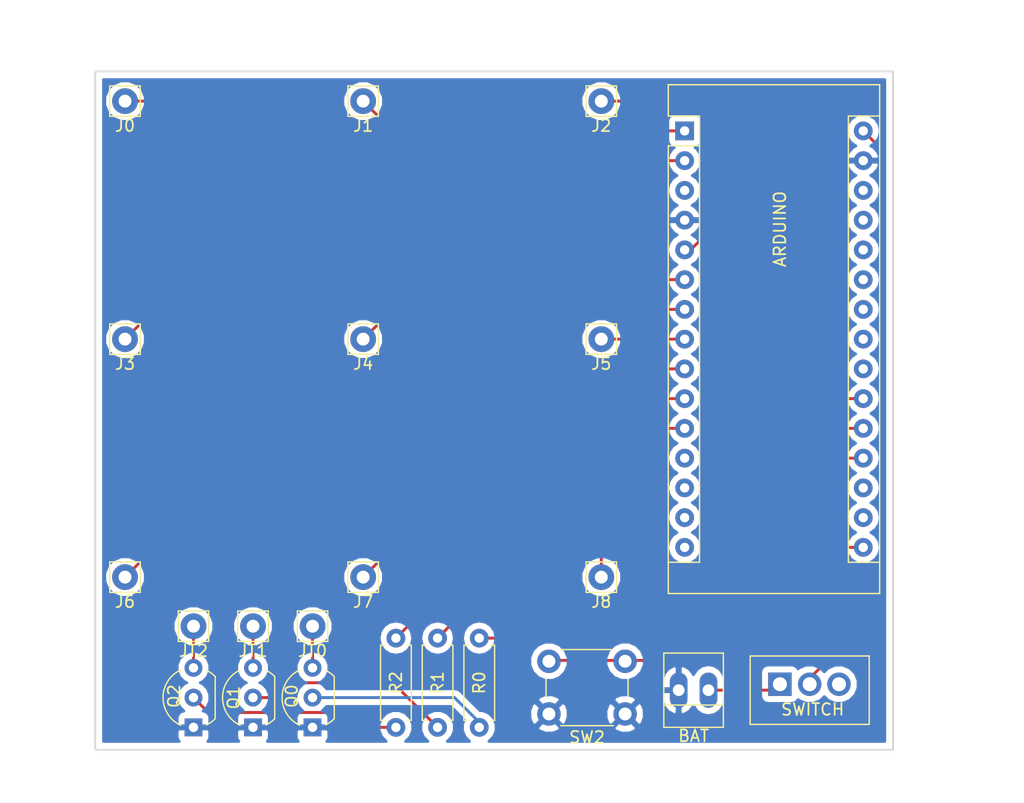
<source format=kicad_pcb>
(kicad_pcb (version 4) (host pcbnew 4.0.7)

  (general
    (links 29)
    (no_connects 1)
    (area 12.192 16.256 99.568001 84.836001)
    (thickness 1.6)
    (drawings 6)
    (tracks 64)
    (zones 0)
    (modules 22)
    (nets 36)
  )

  (page A4)
  (layers
    (0 F.Cu signal)
    (31 B.Cu signal)
    (32 B.Adhes user)
    (33 F.Adhes user)
    (34 B.Paste user)
    (35 F.Paste user)
    (36 B.SilkS user)
    (37 F.SilkS user)
    (38 B.Mask user)
    (39 F.Mask user)
    (40 Dwgs.User user)
    (41 Cmts.User user)
    (42 Eco1.User user)
    (43 Eco2.User user)
    (44 Edge.Cuts user)
    (45 Margin user)
    (46 B.CrtYd user)
    (47 F.CrtYd user)
    (48 B.Fab user)
    (49 F.Fab user)
  )

  (setup
    (last_trace_width 0.25)
    (trace_clearance 0.2)
    (zone_clearance 0.508)
    (zone_45_only no)
    (trace_min 0.2)
    (segment_width 0.2)
    (edge_width 0.15)
    (via_size 0.6)
    (via_drill 0.4)
    (via_min_size 0.4)
    (via_min_drill 0.3)
    (uvia_size 0.3)
    (uvia_drill 0.1)
    (uvias_allowed no)
    (uvia_min_size 0.2)
    (uvia_min_drill 0.1)
    (pcb_text_width 0.3)
    (pcb_text_size 1.5 1.5)
    (mod_edge_width 0.15)
    (mod_text_size 1 1)
    (mod_text_width 0.15)
    (pad_size 1.524 1.524)
    (pad_drill 0.762)
    (pad_to_mask_clearance 0.2)
    (aux_axis_origin 0 0)
    (visible_elements 7FFFFFFF)
    (pcbplotparams
      (layerselection 0x010f0_80000001)
      (usegerberextensions false)
      (excludeedgelayer true)
      (linewidth 0.100000)
      (plotframeref false)
      (viasonmask false)
      (mode 1)
      (useauxorigin false)
      (hpglpennumber 1)
      (hpglpenspeed 20)
      (hpglpendiameter 15)
      (hpglpenoverlay 2)
      (psnegative false)
      (psa4output false)
      (plotreference true)
      (plotvalue true)
      (plotinvisibletext false)
      (padsonsilk false)
      (subtractmaskfromsilk false)
      (outputformat 1)
      (mirror false)
      (drillshape 0)
      (scaleselection 1)
      (outputdirectory gerber/))
  )

  (net 0 "")
  (net 1 "Net-(A1-Pad1)")
  (net 2 "Net-(A1-Pad17)")
  (net 3 "Net-(A1-Pad2)")
  (net 4 "Net-(A1-Pad18)")
  (net 5 "Net-(A1-Pad3)")
  (net 6 "Net-(A1-Pad19)")
  (net 7 GND)
  (net 8 "Net-(A1-Pad20)")
  (net 9 "Net-(A1-Pad5)")
  (net 10 "Net-(A1-Pad21)")
  (net 11 "Net-(A1-Pad6)")
  (net 12 "Net-(A1-Pad22)")
  (net 13 "Net-(A1-Pad7)")
  (net 14 "Net-(A1-Pad23)")
  (net 15 "Net-(A1-Pad8)")
  (net 16 "Net-(A1-Pad24)")
  (net 17 "Net-(A1-Pad9)")
  (net 18 "Net-(A1-Pad25)")
  (net 19 "Net-(A1-Pad10)")
  (net 20 "Net-(A1-Pad26)")
  (net 21 "Net-(A1-Pad11)")
  (net 22 "Net-(A1-Pad27)")
  (net 23 "Net-(A1-Pad12)")
  (net 24 "Net-(A1-Pad13)")
  (net 25 "Net-(A1-Pad14)")
  (net 26 "Net-(A1-Pad30)")
  (net 27 "Net-(A1-Pad15)")
  (net 28 "Net-(A1-Pad16)")
  (net 29 "Net-(BT1-Pad1)")
  (net 30 "Net-(JT0-Pad1)")
  (net 31 "Net-(JT1-Pad1)")
  (net 32 "Net-(JT2-Pad1)")
  (net 33 "Net-(Q1-Pad2)")
  (net 34 "Net-(Q2-Pad2)")
  (net 35 "Net-(Q3-Pad2)")

  (net_class Default "This is the default net class."
    (clearance 0.2)
    (trace_width 0.25)
    (via_dia 0.6)
    (via_drill 0.4)
    (uvia_dia 0.3)
    (uvia_drill 0.1)
    (add_net GND)
    (add_net "Net-(A1-Pad1)")
    (add_net "Net-(A1-Pad10)")
    (add_net "Net-(A1-Pad11)")
    (add_net "Net-(A1-Pad12)")
    (add_net "Net-(A1-Pad13)")
    (add_net "Net-(A1-Pad14)")
    (add_net "Net-(A1-Pad15)")
    (add_net "Net-(A1-Pad16)")
    (add_net "Net-(A1-Pad17)")
    (add_net "Net-(A1-Pad18)")
    (add_net "Net-(A1-Pad19)")
    (add_net "Net-(A1-Pad2)")
    (add_net "Net-(A1-Pad20)")
    (add_net "Net-(A1-Pad21)")
    (add_net "Net-(A1-Pad22)")
    (add_net "Net-(A1-Pad23)")
    (add_net "Net-(A1-Pad24)")
    (add_net "Net-(A1-Pad25)")
    (add_net "Net-(A1-Pad26)")
    (add_net "Net-(A1-Pad27)")
    (add_net "Net-(A1-Pad3)")
    (add_net "Net-(A1-Pad30)")
    (add_net "Net-(A1-Pad5)")
    (add_net "Net-(A1-Pad6)")
    (add_net "Net-(A1-Pad7)")
    (add_net "Net-(A1-Pad8)")
    (add_net "Net-(A1-Pad9)")
    (add_net "Net-(BT1-Pad1)")
    (add_net "Net-(JT0-Pad1)")
    (add_net "Net-(JT1-Pad1)")
    (add_net "Net-(JT2-Pad1)")
    (add_net "Net-(Q1-Pad2)")
    (add_net "Net-(Q2-Pad2)")
    (add_net "Net-(Q3-Pad2)")
  )

  (module nano:Arduino_Nano (layer F.Cu) (tedit 5A71522A) (tstamp 5A711DE1)
    (at 70.612 27.432)
    (descr "Arduino Nano, http://www.mouser.com/pdfdocs/Gravitech_Arduino_Nano3_0.pdf")
    (tags "Arduino Nano")
    (path /5A711658)
    (fp_text reference ARDUINO (at 8.128 8.382 90) (layer F.SilkS)
      (effects (font (size 1 1) (thickness 0.15)))
    )
    (fp_text value Arduino_Nano (at 8.89 19.05 90) (layer F.Fab)
      (effects (font (size 1 1) (thickness 0.15)))
    )
    (fp_text user %R (at 6.35 19.05 90) (layer F.Fab)
      (effects (font (size 1 1) (thickness 0.15)))
    )
    (fp_line (start 1.27 1.27) (end 1.27 -1.27) (layer F.SilkS) (width 0.12))
    (fp_line (start 1.27 -1.27) (end -1.4 -1.27) (layer F.SilkS) (width 0.12))
    (fp_line (start -1.4 1.27) (end -1.4 39.5) (layer F.SilkS) (width 0.12))
    (fp_line (start -1.4 -3.94) (end -1.4 -1.27) (layer F.SilkS) (width 0.12))
    (fp_line (start 13.97 -1.27) (end 16.64 -1.27) (layer F.SilkS) (width 0.12))
    (fp_line (start 13.97 -1.27) (end 13.97 36.83) (layer F.SilkS) (width 0.12))
    (fp_line (start 13.97 36.83) (end 16.64 36.83) (layer F.SilkS) (width 0.12))
    (fp_line (start 1.27 1.27) (end -1.4 1.27) (layer F.SilkS) (width 0.12))
    (fp_line (start 1.27 1.27) (end 1.27 36.83) (layer F.SilkS) (width 0.12))
    (fp_line (start 1.27 36.83) (end -1.4 36.83) (layer F.SilkS) (width 0.12))
    (fp_line (start 3.81 31.75) (end 11.43 31.75) (layer F.Fab) (width 0.1))
    (fp_line (start 11.43 31.75) (end 11.43 41.91) (layer F.Fab) (width 0.1))
    (fp_line (start 11.43 41.91) (end 3.81 41.91) (layer F.Fab) (width 0.1))
    (fp_line (start 3.81 41.91) (end 3.81 31.75) (layer F.Fab) (width 0.1))
    (fp_line (start -1.4 39.5) (end 16.64 39.5) (layer F.SilkS) (width 0.12))
    (fp_line (start 16.64 39.5) (end 16.64 -3.94) (layer F.SilkS) (width 0.12))
    (fp_line (start 16.64 -3.94) (end -1.4 -3.94) (layer F.SilkS) (width 0.12))
    (fp_line (start 16.51 39.37) (end -1.27 39.37) (layer F.Fab) (width 0.1))
    (fp_line (start -1.27 39.37) (end -1.27 -2.54) (layer F.Fab) (width 0.1))
    (fp_line (start -1.27 -2.54) (end 0 -3.81) (layer F.Fab) (width 0.1))
    (fp_line (start 0 -3.81) (end 16.51 -3.81) (layer F.Fab) (width 0.1))
    (fp_line (start 16.51 -3.81) (end 16.51 39.37) (layer F.Fab) (width 0.1))
    (fp_line (start -1.53 -4.06) (end 16.75 -4.06) (layer F.CrtYd) (width 0.05))
    (fp_line (start -1.53 -4.06) (end -1.53 42.16) (layer F.CrtYd) (width 0.05))
    (fp_line (start 16.75 42.16) (end 16.75 -4.06) (layer F.CrtYd) (width 0.05))
    (fp_line (start 16.75 42.16) (end -1.53 42.16) (layer F.CrtYd) (width 0.05))
    (pad 1 thru_hole rect (at 0 0) (size 1.6 1.6) (drill 0.8) (layers *.Cu *.Mask)
      (net 1 "Net-(A1-Pad1)"))
    (pad 17 thru_hole oval (at 15.24 33.02) (size 1.6 1.6) (drill 0.8) (layers *.Cu *.Mask)
      (net 2 "Net-(A1-Pad17)"))
    (pad 2 thru_hole oval (at 0 2.54) (size 1.6 1.6) (drill 0.8) (layers *.Cu *.Mask)
      (net 3 "Net-(A1-Pad2)"))
    (pad 18 thru_hole oval (at 15.24 30.48) (size 1.6 1.6) (drill 0.8) (layers *.Cu *.Mask)
      (net 4 "Net-(A1-Pad18)"))
    (pad 3 thru_hole oval (at 0 5.08) (size 1.6 1.6) (drill 0.8) (layers *.Cu *.Mask)
      (net 5 "Net-(A1-Pad3)"))
    (pad 19 thru_hole oval (at 15.24 27.94) (size 1.6 1.6) (drill 0.8) (layers *.Cu *.Mask)
      (net 6 "Net-(A1-Pad19)"))
    (pad 4 thru_hole oval (at 0 7.62) (size 1.6 1.6) (drill 0.8) (layers *.Cu *.Mask)
      (net 7 GND))
    (pad 20 thru_hole oval (at 15.24 25.4) (size 1.6 1.6) (drill 0.8) (layers *.Cu *.Mask)
      (net 8 "Net-(A1-Pad20)"))
    (pad 5 thru_hole oval (at 0 10.16) (size 1.6 1.6) (drill 0.8) (layers *.Cu *.Mask)
      (net 9 "Net-(A1-Pad5)"))
    (pad 21 thru_hole oval (at 15.24 22.86) (size 1.6 1.6) (drill 0.8) (layers *.Cu *.Mask)
      (net 10 "Net-(A1-Pad21)"))
    (pad 6 thru_hole oval (at 0 12.7) (size 1.6 1.6) (drill 0.8) (layers *.Cu *.Mask)
      (net 11 "Net-(A1-Pad6)"))
    (pad 22 thru_hole oval (at 15.24 20.32) (size 1.6 1.6) (drill 0.8) (layers *.Cu *.Mask)
      (net 12 "Net-(A1-Pad22)"))
    (pad 7 thru_hole oval (at 0 15.24) (size 1.6 1.6) (drill 0.8) (layers *.Cu *.Mask)
      (net 13 "Net-(A1-Pad7)"))
    (pad 23 thru_hole oval (at 15.24 17.78) (size 1.6 1.6) (drill 0.8) (layers *.Cu *.Mask)
      (net 14 "Net-(A1-Pad23)"))
    (pad 8 thru_hole oval (at 0 17.78) (size 1.6 1.6) (drill 0.8) (layers *.Cu *.Mask)
      (net 15 "Net-(A1-Pad8)"))
    (pad 24 thru_hole oval (at 15.24 15.24) (size 1.6 1.6) (drill 0.8) (layers *.Cu *.Mask)
      (net 16 "Net-(A1-Pad24)"))
    (pad 9 thru_hole oval (at 0 20.32) (size 1.6 1.6) (drill 0.8) (layers *.Cu *.Mask)
      (net 17 "Net-(A1-Pad9)"))
    (pad 25 thru_hole oval (at 15.24 12.7) (size 1.6 1.6) (drill 0.8) (layers *.Cu *.Mask)
      (net 18 "Net-(A1-Pad25)"))
    (pad 10 thru_hole oval (at 0 22.86) (size 1.6 1.6) (drill 0.8) (layers *.Cu *.Mask)
      (net 19 "Net-(A1-Pad10)"))
    (pad 26 thru_hole oval (at 15.24 10.16) (size 1.6 1.6) (drill 0.8) (layers *.Cu *.Mask)
      (net 20 "Net-(A1-Pad26)"))
    (pad 11 thru_hole oval (at 0 25.4) (size 1.6 1.6) (drill 0.8) (layers *.Cu *.Mask)
      (net 21 "Net-(A1-Pad11)"))
    (pad 27 thru_hole oval (at 15.24 7.62) (size 1.6 1.6) (drill 0.8) (layers *.Cu *.Mask)
      (net 22 "Net-(A1-Pad27)"))
    (pad 12 thru_hole oval (at 0 27.94) (size 1.6 1.6) (drill 0.8) (layers *.Cu *.Mask)
      (net 23 "Net-(A1-Pad12)"))
    (pad 28 thru_hole oval (at 15.24 5.08) (size 1.6 1.6) (drill 0.8) (layers *.Cu *.Mask))
    (pad 13 thru_hole oval (at 0 30.48) (size 1.6 1.6) (drill 0.8) (layers *.Cu *.Mask)
      (net 24 "Net-(A1-Pad13)"))
    (pad 29 thru_hole oval (at 15.24 2.54) (size 1.6 1.6) (drill 0.8) (layers *.Cu *.Mask)
      (net 7 GND))
    (pad 14 thru_hole oval (at 0 33.02) (size 1.6 1.6) (drill 0.8) (layers *.Cu *.Mask)
      (net 25 "Net-(A1-Pad14)"))
    (pad 30 thru_hole oval (at 15.24 0) (size 1.6 1.6) (drill 0.8) (layers *.Cu *.Mask)
      (net 26 "Net-(A1-Pad30)"))
    (pad 15 thru_hole oval (at 0 35.56) (size 1.6 1.6) (drill 0.8) (layers *.Cu *.Mask)
      (net 27 "Net-(A1-Pad15)"))
    (pad 16 thru_hole oval (at 15.24 35.56) (size 1.6 1.6) (drill 0.8) (layers *.Cu *.Mask)
      (net 28 "Net-(A1-Pad16)"))
  )

  (module Connectors:PINHEAD1-2 (layer F.Cu) (tedit 5A715202) (tstamp 5A711DE7)
    (at 72.644 75.184 180)
    (path /5A7127FC)
    (fp_text reference BAT (at 1.27 -3.9 180) (layer F.SilkS)
      (effects (font (size 1 1) (thickness 0.15)))
    )
    (fp_text value Battery (at 1.27 3.81 180) (layer F.Fab)
      (effects (font (size 1 1) (thickness 0.15)))
    )
    (fp_line (start 3.81 -1.27) (end -1.27 -1.27) (layer F.SilkS) (width 0.12))
    (fp_line (start 3.81 3.17) (end -1.27 3.17) (layer F.SilkS) (width 0.12))
    (fp_line (start -1.27 -3.17) (end 3.81 -3.17) (layer F.SilkS) (width 0.12))
    (fp_line (start -1.27 -3.17) (end -1.27 3.17) (layer F.SilkS) (width 0.12))
    (fp_line (start 3.81 -3.17) (end 3.81 3.17) (layer F.SilkS) (width 0.12))
    (fp_line (start -1.52 -3.42) (end 4.06 -3.42) (layer F.CrtYd) (width 0.05))
    (fp_line (start -1.52 -3.42) (end -1.52 3.42) (layer F.CrtYd) (width 0.05))
    (fp_line (start 4.06 3.42) (end 4.06 -3.42) (layer F.CrtYd) (width 0.05))
    (fp_line (start 4.06 3.42) (end -1.52 3.42) (layer F.CrtYd) (width 0.05))
    (pad 1 thru_hole oval (at 0 0 180) (size 1.51 3.01) (drill 1) (layers *.Cu *.Mask)
      (net 29 "Net-(BT1-Pad1)"))
    (pad 2 thru_hole oval (at 2.54 0 180) (size 1.51 3.01) (drill 1) (layers *.Cu *.Mask)
      (net 7 GND))
  )

  (module TO_SOT_Packages_THT:TO-92_Inline_Wide (layer F.Cu) (tedit 5A71526B) (tstamp 5A711E2A)
    (at 38.862 78.359 90)
    (descr "TO-92 leads in-line, wide, drill 0.8mm (see NXP sot054_po.pdf)")
    (tags "to-92 sc-43 sc-43a sot54 PA33 transistor")
    (path /5A71323C)
    (fp_text reference Q0 (at 2.667 -1.778 90) (layer F.SilkS)
      (effects (font (size 1 1) (thickness 0.15)))
    )
    (fp_text value PN2222A (at 2.54 2.79 90) (layer F.Fab)
      (effects (font (size 1 1) (thickness 0.15)))
    )
    (fp_text user %R (at 2.54 -3.56 270) (layer F.Fab)
      (effects (font (size 1 1) (thickness 0.15)))
    )
    (fp_line (start 0.74 1.85) (end 4.34 1.85) (layer F.SilkS) (width 0.12))
    (fp_line (start 0.8 1.75) (end 4.3 1.75) (layer F.Fab) (width 0.1))
    (fp_line (start -1.01 -2.73) (end 6.09 -2.73) (layer F.CrtYd) (width 0.05))
    (fp_line (start -1.01 -2.73) (end -1.01 2.01) (layer F.CrtYd) (width 0.05))
    (fp_line (start 6.09 2.01) (end 6.09 -2.73) (layer F.CrtYd) (width 0.05))
    (fp_line (start 6.09 2.01) (end -1.01 2.01) (layer F.CrtYd) (width 0.05))
    (fp_arc (start 2.54 0) (end 0.74 1.85) (angle 20) (layer F.SilkS) (width 0.12))
    (fp_arc (start 2.54 0) (end 2.54 -2.6) (angle -65) (layer F.SilkS) (width 0.12))
    (fp_arc (start 2.54 0) (end 2.54 -2.6) (angle 65) (layer F.SilkS) (width 0.12))
    (fp_arc (start 2.54 0) (end 2.54 -2.48) (angle 135) (layer F.Fab) (width 0.1))
    (fp_arc (start 2.54 0) (end 2.54 -2.48) (angle -135) (layer F.Fab) (width 0.1))
    (fp_arc (start 2.54 0) (end 4.34 1.85) (angle -20) (layer F.SilkS) (width 0.12))
    (pad 2 thru_hole circle (at 2.54 0 180) (size 1.52 1.52) (drill 0.8) (layers *.Cu *.Mask)
      (net 33 "Net-(Q1-Pad2)"))
    (pad 3 thru_hole circle (at 5.08 0 180) (size 1.52 1.52) (drill 0.8) (layers *.Cu *.Mask)
      (net 30 "Net-(JT0-Pad1)"))
    (pad 1 thru_hole rect (at 0 0 180) (size 1.52 1.52) (drill 0.8) (layers *.Cu *.Mask)
      (net 7 GND))
    (model ${KISYS3DMOD}/TO_SOT_Packages_THT.3dshapes/TO-92_Inline_Wide.wrl
      (at (xyz 0.1 0 0))
      (scale (xyz 1 1 1))
      (rotate (xyz 0 0 -90))
    )
  )

  (module TO_SOT_Packages_THT:TO-92_Inline_Wide (layer F.Cu) (tedit 5A715274) (tstamp 5A711E31)
    (at 33.782 78.359 90)
    (descr "TO-92 leads in-line, wide, drill 0.8mm (see NXP sot054_po.pdf)")
    (tags "to-92 sc-43 sc-43a sot54 PA33 transistor")
    (path /5A7133DD)
    (fp_text reference Q1 (at 2.54 -1.651 90) (layer F.SilkS)
      (effects (font (size 1 1) (thickness 0.15)))
    )
    (fp_text value PN2222A (at 2.54 2.79 90) (layer F.Fab)
      (effects (font (size 1 1) (thickness 0.15)))
    )
    (fp_text user %R (at 2.54 -3.56 270) (layer F.Fab)
      (effects (font (size 1 1) (thickness 0.15)))
    )
    (fp_line (start 0.74 1.85) (end 4.34 1.85) (layer F.SilkS) (width 0.12))
    (fp_line (start 0.8 1.75) (end 4.3 1.75) (layer F.Fab) (width 0.1))
    (fp_line (start -1.01 -2.73) (end 6.09 -2.73) (layer F.CrtYd) (width 0.05))
    (fp_line (start -1.01 -2.73) (end -1.01 2.01) (layer F.CrtYd) (width 0.05))
    (fp_line (start 6.09 2.01) (end 6.09 -2.73) (layer F.CrtYd) (width 0.05))
    (fp_line (start 6.09 2.01) (end -1.01 2.01) (layer F.CrtYd) (width 0.05))
    (fp_arc (start 2.54 0) (end 0.74 1.85) (angle 20) (layer F.SilkS) (width 0.12))
    (fp_arc (start 2.54 0) (end 2.54 -2.6) (angle -65) (layer F.SilkS) (width 0.12))
    (fp_arc (start 2.54 0) (end 2.54 -2.6) (angle 65) (layer F.SilkS) (width 0.12))
    (fp_arc (start 2.54 0) (end 2.54 -2.48) (angle 135) (layer F.Fab) (width 0.1))
    (fp_arc (start 2.54 0) (end 2.54 -2.48) (angle -135) (layer F.Fab) (width 0.1))
    (fp_arc (start 2.54 0) (end 4.34 1.85) (angle -20) (layer F.SilkS) (width 0.12))
    (pad 2 thru_hole circle (at 2.54 0 180) (size 1.52 1.52) (drill 0.8) (layers *.Cu *.Mask)
      (net 34 "Net-(Q2-Pad2)"))
    (pad 3 thru_hole circle (at 5.08 0 180) (size 1.52 1.52) (drill 0.8) (layers *.Cu *.Mask)
      (net 31 "Net-(JT1-Pad1)"))
    (pad 1 thru_hole rect (at 0 0 180) (size 1.52 1.52) (drill 0.8) (layers *.Cu *.Mask)
      (net 7 GND))
    (model ${KISYS3DMOD}/TO_SOT_Packages_THT.3dshapes/TO-92_Inline_Wide.wrl
      (at (xyz 0.1 0 0))
      (scale (xyz 1 1 1))
      (rotate (xyz 0 0 -90))
    )
  )

  (module TO_SOT_Packages_THT:TO-92_Inline_Wide (layer F.Cu) (tedit 5A71527A) (tstamp 5A711E38)
    (at 28.702 78.359 90)
    (descr "TO-92 leads in-line, wide, drill 0.8mm (see NXP sot054_po.pdf)")
    (tags "to-92 sc-43 sc-43a sot54 PA33 transistor")
    (path /5A713360)
    (fp_text reference Q2 (at 2.667 -1.651 90) (layer F.SilkS)
      (effects (font (size 1 1) (thickness 0.15)))
    )
    (fp_text value PN2222A (at 2.54 2.79 90) (layer F.Fab)
      (effects (font (size 1 1) (thickness 0.15)))
    )
    (fp_text user %R (at 2.54 -3.56 270) (layer F.Fab)
      (effects (font (size 1 1) (thickness 0.15)))
    )
    (fp_line (start 0.74 1.85) (end 4.34 1.85) (layer F.SilkS) (width 0.12))
    (fp_line (start 0.8 1.75) (end 4.3 1.75) (layer F.Fab) (width 0.1))
    (fp_line (start -1.01 -2.73) (end 6.09 -2.73) (layer F.CrtYd) (width 0.05))
    (fp_line (start -1.01 -2.73) (end -1.01 2.01) (layer F.CrtYd) (width 0.05))
    (fp_line (start 6.09 2.01) (end 6.09 -2.73) (layer F.CrtYd) (width 0.05))
    (fp_line (start 6.09 2.01) (end -1.01 2.01) (layer F.CrtYd) (width 0.05))
    (fp_arc (start 2.54 0) (end 0.74 1.85) (angle 20) (layer F.SilkS) (width 0.12))
    (fp_arc (start 2.54 0) (end 2.54 -2.6) (angle -65) (layer F.SilkS) (width 0.12))
    (fp_arc (start 2.54 0) (end 2.54 -2.6) (angle 65) (layer F.SilkS) (width 0.12))
    (fp_arc (start 2.54 0) (end 2.54 -2.48) (angle 135) (layer F.Fab) (width 0.1))
    (fp_arc (start 2.54 0) (end 2.54 -2.48) (angle -135) (layer F.Fab) (width 0.1))
    (fp_arc (start 2.54 0) (end 4.34 1.85) (angle -20) (layer F.SilkS) (width 0.12))
    (pad 2 thru_hole circle (at 2.54 0 180) (size 1.52 1.52) (drill 0.8) (layers *.Cu *.Mask)
      (net 35 "Net-(Q3-Pad2)"))
    (pad 3 thru_hole circle (at 5.08 0 180) (size 1.52 1.52) (drill 0.8) (layers *.Cu *.Mask)
      (net 32 "Net-(JT2-Pad1)"))
    (pad 1 thru_hole rect (at 0 0 180) (size 1.52 1.52) (drill 0.8) (layers *.Cu *.Mask)
      (net 7 GND))
    (model ${KISYS3DMOD}/TO_SOT_Packages_THT.3dshapes/TO-92_Inline_Wide.wrl
      (at (xyz 0.1 0 0))
      (scale (xyz 1 1 1))
      (rotate (xyz 0 0 -90))
    )
  )

  (module Resistors_THT:R_Axial_DIN0207_L6.3mm_D2.5mm_P7.62mm_Horizontal (layer F.Cu) (tedit 5A71525A) (tstamp 5A711E3E)
    (at 53.086 78.359 90)
    (descr "Resistor, Axial_DIN0207 series, Axial, Horizontal, pin pitch=7.62mm, 0.25W = 1/4W, length*diameter=6.3*2.5mm^2, http://cdn-reichelt.de/documents/datenblatt/B400/1_4W%23YAG.pdf")
    (tags "Resistor Axial_DIN0207 series Axial Horizontal pin pitch 7.62mm 0.25W = 1/4W length 6.3mm diameter 2.5mm")
    (path /5A713472)
    (fp_text reference R0 (at 3.81 0 90) (layer F.SilkS)
      (effects (font (size 1 1) (thickness 0.15)))
    )
    (fp_text value R (at 3.81 2.31 90) (layer F.Fab)
      (effects (font (size 1 1) (thickness 0.15)))
    )
    (fp_line (start 0.66 -1.25) (end 0.66 1.25) (layer F.Fab) (width 0.1))
    (fp_line (start 0.66 1.25) (end 6.96 1.25) (layer F.Fab) (width 0.1))
    (fp_line (start 6.96 1.25) (end 6.96 -1.25) (layer F.Fab) (width 0.1))
    (fp_line (start 6.96 -1.25) (end 0.66 -1.25) (layer F.Fab) (width 0.1))
    (fp_line (start 0 0) (end 0.66 0) (layer F.Fab) (width 0.1))
    (fp_line (start 7.62 0) (end 6.96 0) (layer F.Fab) (width 0.1))
    (fp_line (start 0.6 -0.98) (end 0.6 -1.31) (layer F.SilkS) (width 0.12))
    (fp_line (start 0.6 -1.31) (end 7.02 -1.31) (layer F.SilkS) (width 0.12))
    (fp_line (start 7.02 -1.31) (end 7.02 -0.98) (layer F.SilkS) (width 0.12))
    (fp_line (start 0.6 0.98) (end 0.6 1.31) (layer F.SilkS) (width 0.12))
    (fp_line (start 0.6 1.31) (end 7.02 1.31) (layer F.SilkS) (width 0.12))
    (fp_line (start 7.02 1.31) (end 7.02 0.98) (layer F.SilkS) (width 0.12))
    (fp_line (start -1.05 -1.6) (end -1.05 1.6) (layer F.CrtYd) (width 0.05))
    (fp_line (start -1.05 1.6) (end 8.7 1.6) (layer F.CrtYd) (width 0.05))
    (fp_line (start 8.7 1.6) (end 8.7 -1.6) (layer F.CrtYd) (width 0.05))
    (fp_line (start 8.7 -1.6) (end -1.05 -1.6) (layer F.CrtYd) (width 0.05))
    (pad 1 thru_hole circle (at 0 0 90) (size 1.6 1.6) (drill 0.8) (layers *.Cu *.Mask)
      (net 33 "Net-(Q1-Pad2)"))
    (pad 2 thru_hole oval (at 7.62 0 90) (size 1.6 1.6) (drill 0.8) (layers *.Cu *.Mask)
      (net 6 "Net-(A1-Pad19)"))
    (model ${KISYS3DMOD}/Resistors_THT.3dshapes/R_Axial_DIN0207_L6.3mm_D2.5mm_P7.62mm_Horizontal.wrl
      (at (xyz 0 0 0))
      (scale (xyz 0.393701 0.393701 0.393701))
      (rotate (xyz 0 0 0))
    )
  )

  (module Resistors_THT:R_Axial_DIN0207_L6.3mm_D2.5mm_P7.62mm_Horizontal (layer F.Cu) (tedit 5A715260) (tstamp 5A711E44)
    (at 49.53 78.359 90)
    (descr "Resistor, Axial_DIN0207 series, Axial, Horizontal, pin pitch=7.62mm, 0.25W = 1/4W, length*diameter=6.3*2.5mm^2, http://cdn-reichelt.de/documents/datenblatt/B400/1_4W%23YAG.pdf")
    (tags "Resistor Axial_DIN0207 series Axial Horizontal pin pitch 7.62mm 0.25W = 1/4W length 6.3mm diameter 2.5mm")
    (path /5A7134E3)
    (fp_text reference R1 (at 3.81 0 90) (layer F.SilkS)
      (effects (font (size 1 1) (thickness 0.15)))
    )
    (fp_text value R (at 3.81 2.31 90) (layer F.Fab)
      (effects (font (size 1 1) (thickness 0.15)))
    )
    (fp_line (start 0.66 -1.25) (end 0.66 1.25) (layer F.Fab) (width 0.1))
    (fp_line (start 0.66 1.25) (end 6.96 1.25) (layer F.Fab) (width 0.1))
    (fp_line (start 6.96 1.25) (end 6.96 -1.25) (layer F.Fab) (width 0.1))
    (fp_line (start 6.96 -1.25) (end 0.66 -1.25) (layer F.Fab) (width 0.1))
    (fp_line (start 0 0) (end 0.66 0) (layer F.Fab) (width 0.1))
    (fp_line (start 7.62 0) (end 6.96 0) (layer F.Fab) (width 0.1))
    (fp_line (start 0.6 -0.98) (end 0.6 -1.31) (layer F.SilkS) (width 0.12))
    (fp_line (start 0.6 -1.31) (end 7.02 -1.31) (layer F.SilkS) (width 0.12))
    (fp_line (start 7.02 -1.31) (end 7.02 -0.98) (layer F.SilkS) (width 0.12))
    (fp_line (start 0.6 0.98) (end 0.6 1.31) (layer F.SilkS) (width 0.12))
    (fp_line (start 0.6 1.31) (end 7.02 1.31) (layer F.SilkS) (width 0.12))
    (fp_line (start 7.02 1.31) (end 7.02 0.98) (layer F.SilkS) (width 0.12))
    (fp_line (start -1.05 -1.6) (end -1.05 1.6) (layer F.CrtYd) (width 0.05))
    (fp_line (start -1.05 1.6) (end 8.7 1.6) (layer F.CrtYd) (width 0.05))
    (fp_line (start 8.7 1.6) (end 8.7 -1.6) (layer F.CrtYd) (width 0.05))
    (fp_line (start 8.7 -1.6) (end -1.05 -1.6) (layer F.CrtYd) (width 0.05))
    (pad 1 thru_hole circle (at 0 0 90) (size 1.6 1.6) (drill 0.8) (layers *.Cu *.Mask)
      (net 34 "Net-(Q2-Pad2)"))
    (pad 2 thru_hole oval (at 7.62 0 90) (size 1.6 1.6) (drill 0.8) (layers *.Cu *.Mask)
      (net 8 "Net-(A1-Pad20)"))
    (model ${KISYS3DMOD}/Resistors_THT.3dshapes/R_Axial_DIN0207_L6.3mm_D2.5mm_P7.62mm_Horizontal.wrl
      (at (xyz 0 0 0))
      (scale (xyz 0.393701 0.393701 0.393701))
      (rotate (xyz 0 0 0))
    )
  )

  (module Resistors_THT:R_Axial_DIN0207_L6.3mm_D2.5mm_P7.62mm_Horizontal (layer F.Cu) (tedit 5A715265) (tstamp 5A711E4A)
    (at 45.974 78.359 90)
    (descr "Resistor, Axial_DIN0207 series, Axial, Horizontal, pin pitch=7.62mm, 0.25W = 1/4W, length*diameter=6.3*2.5mm^2, http://cdn-reichelt.de/documents/datenblatt/B400/1_4W%23YAG.pdf")
    (tags "Resistor Axial_DIN0207 series Axial Horizontal pin pitch 7.62mm 0.25W = 1/4W length 6.3mm diameter 2.5mm")
    (path /5A713546)
    (fp_text reference R2 (at 3.81 0 90) (layer F.SilkS)
      (effects (font (size 1 1) (thickness 0.15)))
    )
    (fp_text value R (at 3.81 2.31 90) (layer F.Fab)
      (effects (font (size 1 1) (thickness 0.15)))
    )
    (fp_line (start 0.66 -1.25) (end 0.66 1.25) (layer F.Fab) (width 0.1))
    (fp_line (start 0.66 1.25) (end 6.96 1.25) (layer F.Fab) (width 0.1))
    (fp_line (start 6.96 1.25) (end 6.96 -1.25) (layer F.Fab) (width 0.1))
    (fp_line (start 6.96 -1.25) (end 0.66 -1.25) (layer F.Fab) (width 0.1))
    (fp_line (start 0 0) (end 0.66 0) (layer F.Fab) (width 0.1))
    (fp_line (start 7.62 0) (end 6.96 0) (layer F.Fab) (width 0.1))
    (fp_line (start 0.6 -0.98) (end 0.6 -1.31) (layer F.SilkS) (width 0.12))
    (fp_line (start 0.6 -1.31) (end 7.02 -1.31) (layer F.SilkS) (width 0.12))
    (fp_line (start 7.02 -1.31) (end 7.02 -0.98) (layer F.SilkS) (width 0.12))
    (fp_line (start 0.6 0.98) (end 0.6 1.31) (layer F.SilkS) (width 0.12))
    (fp_line (start 0.6 1.31) (end 7.02 1.31) (layer F.SilkS) (width 0.12))
    (fp_line (start 7.02 1.31) (end 7.02 0.98) (layer F.SilkS) (width 0.12))
    (fp_line (start -1.05 -1.6) (end -1.05 1.6) (layer F.CrtYd) (width 0.05))
    (fp_line (start -1.05 1.6) (end 8.7 1.6) (layer F.CrtYd) (width 0.05))
    (fp_line (start 8.7 1.6) (end 8.7 -1.6) (layer F.CrtYd) (width 0.05))
    (fp_line (start 8.7 -1.6) (end -1.05 -1.6) (layer F.CrtYd) (width 0.05))
    (pad 1 thru_hole circle (at 0 0 90) (size 1.6 1.6) (drill 0.8) (layers *.Cu *.Mask)
      (net 35 "Net-(Q3-Pad2)"))
    (pad 2 thru_hole oval (at 7.62 0 90) (size 1.6 1.6) (drill 0.8) (layers *.Cu *.Mask)
      (net 10 "Net-(A1-Pad21)"))
    (model ${KISYS3DMOD}/Resistors_THT.3dshapes/R_Axial_DIN0207_L6.3mm_D2.5mm_P7.62mm_Horizontal.wrl
      (at (xyz 0 0 0))
      (scale (xyz 0.393701 0.393701 0.393701))
      (rotate (xyz 0 0 0))
    )
  )

  (module Connectors:Pin_d1.1mm_L8.5mm_W2.5mm_FlatFork (layer F.Cu) (tedit 59B3E075) (tstamp 5A711F25)
    (at 22.86 24.892)
    (descr "solder Pin_ with flat fork, hole diameter 1.1mm, length 8.5mm, width 2.5mm")
    (tags "solder Pin_ with flat fork")
    (path /5A711A67)
    (fp_text reference J0 (at 0 2.1) (layer F.SilkS)
      (effects (font (size 1 1) (thickness 0.15)))
    )
    (fp_text value Conn_01x01 (at 0 -2.05) (layer F.Fab)
      (effects (font (size 1 1) (thickness 0.15)))
    )
    (fp_text user %R (at 0 2.1) (layer F.Fab)
      (effects (font (size 1 1) (thickness 0.15)))
    )
    (fp_line (start -1.3 1.3) (end -1.3 -1.3) (layer F.SilkS) (width 0.12))
    (fp_line (start -1.3 -1.3) (end 1.3 -1.3) (layer F.SilkS) (width 0.12))
    (fp_line (start 1.3 -1.3) (end 1.3 1.3) (layer F.SilkS) (width 0.12))
    (fp_line (start -1.3 1.3) (end 1.3 1.3) (layer F.SilkS) (width 0.12))
    (fp_line (start -1.25 -0.25) (end -1.25 0.25) (layer F.Fab) (width 0.12))
    (fp_line (start -1.25 0.25) (end 1.25 0.25) (layer F.Fab) (width 0.12))
    (fp_line (start 1.25 0.25) (end 1.25 -0.25) (layer F.Fab) (width 0.12))
    (fp_line (start 1.25 -0.25) (end -1.25 -0.25) (layer F.Fab) (width 0.12))
    (fp_line (start -1.75 -1.6) (end 1.75 -1.6) (layer F.CrtYd) (width 0.05))
    (fp_line (start -1.75 -1.6) (end -1.75 1.6) (layer F.CrtYd) (width 0.05))
    (fp_line (start 1.75 1.6) (end 1.75 -1.6) (layer F.CrtYd) (width 0.05))
    (fp_line (start 1.75 1.6) (end -1.75 1.6) (layer F.CrtYd) (width 0.05))
    (pad 1 thru_hole circle (at 0 0) (size 2.2 2.2) (drill 1.1) (layers *.Cu *.Mask)
      (net 3 "Net-(A1-Pad2)"))
    (model ${KISYS3DMOD}/Connectors.3dshapes/Pin_d1.1mm_L8.5mm_W2.5mm_FlatFork.wrl
      (at (xyz 0 0 0))
      (scale (xyz 1 1 1))
      (rotate (xyz 0 0 0))
    )
  )

  (module Connectors:Pin_d1.1mm_L8.5mm_W2.5mm_FlatFork (layer F.Cu) (tedit 59B3E075) (tstamp 5A711F2A)
    (at 43.18 24.892)
    (descr "solder Pin_ with flat fork, hole diameter 1.1mm, length 8.5mm, width 2.5mm")
    (tags "solder Pin_ with flat fork")
    (path /5A711737)
    (fp_text reference J1 (at 0 2.1) (layer F.SilkS)
      (effects (font (size 1 1) (thickness 0.15)))
    )
    (fp_text value Conn_01x01 (at 0 -2.05) (layer F.Fab)
      (effects (font (size 1 1) (thickness 0.15)))
    )
    (fp_text user %R (at 0 2.1) (layer F.Fab)
      (effects (font (size 1 1) (thickness 0.15)))
    )
    (fp_line (start -1.3 1.3) (end -1.3 -1.3) (layer F.SilkS) (width 0.12))
    (fp_line (start -1.3 -1.3) (end 1.3 -1.3) (layer F.SilkS) (width 0.12))
    (fp_line (start 1.3 -1.3) (end 1.3 1.3) (layer F.SilkS) (width 0.12))
    (fp_line (start -1.3 1.3) (end 1.3 1.3) (layer F.SilkS) (width 0.12))
    (fp_line (start -1.25 -0.25) (end -1.25 0.25) (layer F.Fab) (width 0.12))
    (fp_line (start -1.25 0.25) (end 1.25 0.25) (layer F.Fab) (width 0.12))
    (fp_line (start 1.25 0.25) (end 1.25 -0.25) (layer F.Fab) (width 0.12))
    (fp_line (start 1.25 -0.25) (end -1.25 -0.25) (layer F.Fab) (width 0.12))
    (fp_line (start -1.75 -1.6) (end 1.75 -1.6) (layer F.CrtYd) (width 0.05))
    (fp_line (start -1.75 -1.6) (end -1.75 1.6) (layer F.CrtYd) (width 0.05))
    (fp_line (start 1.75 1.6) (end 1.75 -1.6) (layer F.CrtYd) (width 0.05))
    (fp_line (start 1.75 1.6) (end -1.75 1.6) (layer F.CrtYd) (width 0.05))
    (pad 1 thru_hole circle (at 0 0) (size 2.2 2.2) (drill 1.1) (layers *.Cu *.Mask)
      (net 1 "Net-(A1-Pad1)"))
    (model ${KISYS3DMOD}/Connectors.3dshapes/Pin_d1.1mm_L8.5mm_W2.5mm_FlatFork.wrl
      (at (xyz 0 0 0))
      (scale (xyz 1 1 1))
      (rotate (xyz 0 0 0))
    )
  )

  (module Connectors:Pin_d1.1mm_L8.5mm_W2.5mm_FlatFork (layer F.Cu) (tedit 59B3E075) (tstamp 5A711F2F)
    (at 63.5 24.892)
    (descr "solder Pin_ with flat fork, hole diameter 1.1mm, length 8.5mm, width 2.5mm")
    (tags "solder Pin_ with flat fork")
    (path /5A711898)
    (fp_text reference J2 (at 0 2.1) (layer F.SilkS)
      (effects (font (size 1 1) (thickness 0.15)))
    )
    (fp_text value Conn_01x01 (at 0 -2.05) (layer F.Fab)
      (effects (font (size 1 1) (thickness 0.15)))
    )
    (fp_text user %R (at 0 2.1) (layer F.Fab)
      (effects (font (size 1 1) (thickness 0.15)))
    )
    (fp_line (start -1.3 1.3) (end -1.3 -1.3) (layer F.SilkS) (width 0.12))
    (fp_line (start -1.3 -1.3) (end 1.3 -1.3) (layer F.SilkS) (width 0.12))
    (fp_line (start 1.3 -1.3) (end 1.3 1.3) (layer F.SilkS) (width 0.12))
    (fp_line (start -1.3 1.3) (end 1.3 1.3) (layer F.SilkS) (width 0.12))
    (fp_line (start -1.25 -0.25) (end -1.25 0.25) (layer F.Fab) (width 0.12))
    (fp_line (start -1.25 0.25) (end 1.25 0.25) (layer F.Fab) (width 0.12))
    (fp_line (start 1.25 0.25) (end 1.25 -0.25) (layer F.Fab) (width 0.12))
    (fp_line (start 1.25 -0.25) (end -1.25 -0.25) (layer F.Fab) (width 0.12))
    (fp_line (start -1.75 -1.6) (end 1.75 -1.6) (layer F.CrtYd) (width 0.05))
    (fp_line (start -1.75 -1.6) (end -1.75 1.6) (layer F.CrtYd) (width 0.05))
    (fp_line (start 1.75 1.6) (end 1.75 -1.6) (layer F.CrtYd) (width 0.05))
    (fp_line (start 1.75 1.6) (end -1.75 1.6) (layer F.CrtYd) (width 0.05))
    (pad 1 thru_hole circle (at 0 0) (size 2.2 2.2) (drill 1.1) (layers *.Cu *.Mask)
      (net 9 "Net-(A1-Pad5)"))
    (model ${KISYS3DMOD}/Connectors.3dshapes/Pin_d1.1mm_L8.5mm_W2.5mm_FlatFork.wrl
      (at (xyz 0 0 0))
      (scale (xyz 1 1 1))
      (rotate (xyz 0 0 0))
    )
  )

  (module Connectors:Pin_d1.1mm_L8.5mm_W2.5mm_FlatFork (layer F.Cu) (tedit 59B3E075) (tstamp 5A711F34)
    (at 22.86 45.212)
    (descr "solder Pin_ with flat fork, hole diameter 1.1mm, length 8.5mm, width 2.5mm")
    (tags "solder Pin_ with flat fork")
    (path /5A7118CE)
    (fp_text reference J3 (at 0 2.1) (layer F.SilkS)
      (effects (font (size 1 1) (thickness 0.15)))
    )
    (fp_text value Conn_01x01 (at 0 -2.05) (layer F.Fab)
      (effects (font (size 1 1) (thickness 0.15)))
    )
    (fp_text user %R (at 0 2.1) (layer F.Fab)
      (effects (font (size 1 1) (thickness 0.15)))
    )
    (fp_line (start -1.3 1.3) (end -1.3 -1.3) (layer F.SilkS) (width 0.12))
    (fp_line (start -1.3 -1.3) (end 1.3 -1.3) (layer F.SilkS) (width 0.12))
    (fp_line (start 1.3 -1.3) (end 1.3 1.3) (layer F.SilkS) (width 0.12))
    (fp_line (start -1.3 1.3) (end 1.3 1.3) (layer F.SilkS) (width 0.12))
    (fp_line (start -1.25 -0.25) (end -1.25 0.25) (layer F.Fab) (width 0.12))
    (fp_line (start -1.25 0.25) (end 1.25 0.25) (layer F.Fab) (width 0.12))
    (fp_line (start 1.25 0.25) (end 1.25 -0.25) (layer F.Fab) (width 0.12))
    (fp_line (start 1.25 -0.25) (end -1.25 -0.25) (layer F.Fab) (width 0.12))
    (fp_line (start -1.75 -1.6) (end 1.75 -1.6) (layer F.CrtYd) (width 0.05))
    (fp_line (start -1.75 -1.6) (end -1.75 1.6) (layer F.CrtYd) (width 0.05))
    (fp_line (start 1.75 1.6) (end 1.75 -1.6) (layer F.CrtYd) (width 0.05))
    (fp_line (start 1.75 1.6) (end -1.75 1.6) (layer F.CrtYd) (width 0.05))
    (pad 1 thru_hole circle (at 0 0) (size 2.2 2.2) (drill 1.1) (layers *.Cu *.Mask)
      (net 11 "Net-(A1-Pad6)"))
    (model ${KISYS3DMOD}/Connectors.3dshapes/Pin_d1.1mm_L8.5mm_W2.5mm_FlatFork.wrl
      (at (xyz 0 0 0))
      (scale (xyz 1 1 1))
      (rotate (xyz 0 0 0))
    )
  )

  (module Connectors:Pin_d1.1mm_L8.5mm_W2.5mm_FlatFork (layer F.Cu) (tedit 59B3E075) (tstamp 5A711F39)
    (at 43.18 45.212)
    (descr "solder Pin_ with flat fork, hole diameter 1.1mm, length 8.5mm, width 2.5mm")
    (tags "solder Pin_ with flat fork")
    (path /5A711906)
    (fp_text reference J4 (at 0 2.1) (layer F.SilkS)
      (effects (font (size 1 1) (thickness 0.15)))
    )
    (fp_text value Conn_01x01 (at 0 -2.05) (layer F.Fab)
      (effects (font (size 1 1) (thickness 0.15)))
    )
    (fp_text user %R (at 0 2.1) (layer F.Fab)
      (effects (font (size 1 1) (thickness 0.15)))
    )
    (fp_line (start -1.3 1.3) (end -1.3 -1.3) (layer F.SilkS) (width 0.12))
    (fp_line (start -1.3 -1.3) (end 1.3 -1.3) (layer F.SilkS) (width 0.12))
    (fp_line (start 1.3 -1.3) (end 1.3 1.3) (layer F.SilkS) (width 0.12))
    (fp_line (start -1.3 1.3) (end 1.3 1.3) (layer F.SilkS) (width 0.12))
    (fp_line (start -1.25 -0.25) (end -1.25 0.25) (layer F.Fab) (width 0.12))
    (fp_line (start -1.25 0.25) (end 1.25 0.25) (layer F.Fab) (width 0.12))
    (fp_line (start 1.25 0.25) (end 1.25 -0.25) (layer F.Fab) (width 0.12))
    (fp_line (start 1.25 -0.25) (end -1.25 -0.25) (layer F.Fab) (width 0.12))
    (fp_line (start -1.75 -1.6) (end 1.75 -1.6) (layer F.CrtYd) (width 0.05))
    (fp_line (start -1.75 -1.6) (end -1.75 1.6) (layer F.CrtYd) (width 0.05))
    (fp_line (start 1.75 1.6) (end 1.75 -1.6) (layer F.CrtYd) (width 0.05))
    (fp_line (start 1.75 1.6) (end -1.75 1.6) (layer F.CrtYd) (width 0.05))
    (pad 1 thru_hole circle (at 0 0) (size 2.2 2.2) (drill 1.1) (layers *.Cu *.Mask)
      (net 13 "Net-(A1-Pad7)"))
    (model ${KISYS3DMOD}/Connectors.3dshapes/Pin_d1.1mm_L8.5mm_W2.5mm_FlatFork.wrl
      (at (xyz 0 0 0))
      (scale (xyz 1 1 1))
      (rotate (xyz 0 0 0))
    )
  )

  (module Connectors:Pin_d1.1mm_L8.5mm_W2.5mm_FlatFork (layer F.Cu) (tedit 59B3E075) (tstamp 5A711F3E)
    (at 63.5 45.212)
    (descr "solder Pin_ with flat fork, hole diameter 1.1mm, length 8.5mm, width 2.5mm")
    (tags "solder Pin_ with flat fork")
    (path /5A711947)
    (fp_text reference J5 (at 0 2.1) (layer F.SilkS)
      (effects (font (size 1 1) (thickness 0.15)))
    )
    (fp_text value Conn_01x01 (at 0 -2.05) (layer F.Fab)
      (effects (font (size 1 1) (thickness 0.15)))
    )
    (fp_text user %R (at 0 2.1) (layer F.Fab)
      (effects (font (size 1 1) (thickness 0.15)))
    )
    (fp_line (start -1.3 1.3) (end -1.3 -1.3) (layer F.SilkS) (width 0.12))
    (fp_line (start -1.3 -1.3) (end 1.3 -1.3) (layer F.SilkS) (width 0.12))
    (fp_line (start 1.3 -1.3) (end 1.3 1.3) (layer F.SilkS) (width 0.12))
    (fp_line (start -1.3 1.3) (end 1.3 1.3) (layer F.SilkS) (width 0.12))
    (fp_line (start -1.25 -0.25) (end -1.25 0.25) (layer F.Fab) (width 0.12))
    (fp_line (start -1.25 0.25) (end 1.25 0.25) (layer F.Fab) (width 0.12))
    (fp_line (start 1.25 0.25) (end 1.25 -0.25) (layer F.Fab) (width 0.12))
    (fp_line (start 1.25 -0.25) (end -1.25 -0.25) (layer F.Fab) (width 0.12))
    (fp_line (start -1.75 -1.6) (end 1.75 -1.6) (layer F.CrtYd) (width 0.05))
    (fp_line (start -1.75 -1.6) (end -1.75 1.6) (layer F.CrtYd) (width 0.05))
    (fp_line (start 1.75 1.6) (end 1.75 -1.6) (layer F.CrtYd) (width 0.05))
    (fp_line (start 1.75 1.6) (end -1.75 1.6) (layer F.CrtYd) (width 0.05))
    (pad 1 thru_hole circle (at 0 0) (size 2.2 2.2) (drill 1.1) (layers *.Cu *.Mask)
      (net 15 "Net-(A1-Pad8)"))
    (model ${KISYS3DMOD}/Connectors.3dshapes/Pin_d1.1mm_L8.5mm_W2.5mm_FlatFork.wrl
      (at (xyz 0 0 0))
      (scale (xyz 1 1 1))
      (rotate (xyz 0 0 0))
    )
  )

  (module Connectors:Pin_d1.1mm_L8.5mm_W2.5mm_FlatFork (layer F.Cu) (tedit 59B3E075) (tstamp 5A711F43)
    (at 22.86 65.532)
    (descr "solder Pin_ with flat fork, hole diameter 1.1mm, length 8.5mm, width 2.5mm")
    (tags "solder Pin_ with flat fork")
    (path /5A7119A3)
    (fp_text reference J6 (at 0 2.1) (layer F.SilkS)
      (effects (font (size 1 1) (thickness 0.15)))
    )
    (fp_text value Conn_01x01 (at 0 -2.05) (layer F.Fab)
      (effects (font (size 1 1) (thickness 0.15)))
    )
    (fp_text user %R (at 0 2.1) (layer F.Fab)
      (effects (font (size 1 1) (thickness 0.15)))
    )
    (fp_line (start -1.3 1.3) (end -1.3 -1.3) (layer F.SilkS) (width 0.12))
    (fp_line (start -1.3 -1.3) (end 1.3 -1.3) (layer F.SilkS) (width 0.12))
    (fp_line (start 1.3 -1.3) (end 1.3 1.3) (layer F.SilkS) (width 0.12))
    (fp_line (start -1.3 1.3) (end 1.3 1.3) (layer F.SilkS) (width 0.12))
    (fp_line (start -1.25 -0.25) (end -1.25 0.25) (layer F.Fab) (width 0.12))
    (fp_line (start -1.25 0.25) (end 1.25 0.25) (layer F.Fab) (width 0.12))
    (fp_line (start 1.25 0.25) (end 1.25 -0.25) (layer F.Fab) (width 0.12))
    (fp_line (start 1.25 -0.25) (end -1.25 -0.25) (layer F.Fab) (width 0.12))
    (fp_line (start -1.75 -1.6) (end 1.75 -1.6) (layer F.CrtYd) (width 0.05))
    (fp_line (start -1.75 -1.6) (end -1.75 1.6) (layer F.CrtYd) (width 0.05))
    (fp_line (start 1.75 1.6) (end 1.75 -1.6) (layer F.CrtYd) (width 0.05))
    (fp_line (start 1.75 1.6) (end -1.75 1.6) (layer F.CrtYd) (width 0.05))
    (pad 1 thru_hole circle (at 0 0) (size 2.2 2.2) (drill 1.1) (layers *.Cu *.Mask)
      (net 17 "Net-(A1-Pad9)"))
    (model ${KISYS3DMOD}/Connectors.3dshapes/Pin_d1.1mm_L8.5mm_W2.5mm_FlatFork.wrl
      (at (xyz 0 0 0))
      (scale (xyz 1 1 1))
      (rotate (xyz 0 0 0))
    )
  )

  (module Connectors:Pin_d1.1mm_L8.5mm_W2.5mm_FlatFork (layer F.Cu) (tedit 59B3E075) (tstamp 5A711F48)
    (at 43.18 65.532)
    (descr "solder Pin_ with flat fork, hole diameter 1.1mm, length 8.5mm, width 2.5mm")
    (tags "solder Pin_ with flat fork")
    (path /5A7119E8)
    (fp_text reference J7 (at 0 2.1) (layer F.SilkS)
      (effects (font (size 1 1) (thickness 0.15)))
    )
    (fp_text value Conn_01x01 (at 0 -2.05) (layer F.Fab)
      (effects (font (size 1 1) (thickness 0.15)))
    )
    (fp_text user %R (at 0 2.1) (layer F.Fab)
      (effects (font (size 1 1) (thickness 0.15)))
    )
    (fp_line (start -1.3 1.3) (end -1.3 -1.3) (layer F.SilkS) (width 0.12))
    (fp_line (start -1.3 -1.3) (end 1.3 -1.3) (layer F.SilkS) (width 0.12))
    (fp_line (start 1.3 -1.3) (end 1.3 1.3) (layer F.SilkS) (width 0.12))
    (fp_line (start -1.3 1.3) (end 1.3 1.3) (layer F.SilkS) (width 0.12))
    (fp_line (start -1.25 -0.25) (end -1.25 0.25) (layer F.Fab) (width 0.12))
    (fp_line (start -1.25 0.25) (end 1.25 0.25) (layer F.Fab) (width 0.12))
    (fp_line (start 1.25 0.25) (end 1.25 -0.25) (layer F.Fab) (width 0.12))
    (fp_line (start 1.25 -0.25) (end -1.25 -0.25) (layer F.Fab) (width 0.12))
    (fp_line (start -1.75 -1.6) (end 1.75 -1.6) (layer F.CrtYd) (width 0.05))
    (fp_line (start -1.75 -1.6) (end -1.75 1.6) (layer F.CrtYd) (width 0.05))
    (fp_line (start 1.75 1.6) (end 1.75 -1.6) (layer F.CrtYd) (width 0.05))
    (fp_line (start 1.75 1.6) (end -1.75 1.6) (layer F.CrtYd) (width 0.05))
    (pad 1 thru_hole circle (at 0 0) (size 2.2 2.2) (drill 1.1) (layers *.Cu *.Mask)
      (net 19 "Net-(A1-Pad10)"))
    (model ${KISYS3DMOD}/Connectors.3dshapes/Pin_d1.1mm_L8.5mm_W2.5mm_FlatFork.wrl
      (at (xyz 0 0 0))
      (scale (xyz 1 1 1))
      (rotate (xyz 0 0 0))
    )
  )

  (module Connectors:Pin_d1.1mm_L8.5mm_W2.5mm_FlatFork (layer F.Cu) (tedit 59B3E075) (tstamp 5A711F4D)
    (at 63.5 65.532)
    (descr "solder Pin_ with flat fork, hole diameter 1.1mm, length 8.5mm, width 2.5mm")
    (tags "solder Pin_ with flat fork")
    (path /5A711A2A)
    (fp_text reference J8 (at 0 2.1) (layer F.SilkS)
      (effects (font (size 1 1) (thickness 0.15)))
    )
    (fp_text value Conn_01x01 (at 0 -2.05) (layer F.Fab)
      (effects (font (size 1 1) (thickness 0.15)))
    )
    (fp_text user %R (at 0 2.1) (layer F.Fab)
      (effects (font (size 1 1) (thickness 0.15)))
    )
    (fp_line (start -1.3 1.3) (end -1.3 -1.3) (layer F.SilkS) (width 0.12))
    (fp_line (start -1.3 -1.3) (end 1.3 -1.3) (layer F.SilkS) (width 0.12))
    (fp_line (start 1.3 -1.3) (end 1.3 1.3) (layer F.SilkS) (width 0.12))
    (fp_line (start -1.3 1.3) (end 1.3 1.3) (layer F.SilkS) (width 0.12))
    (fp_line (start -1.25 -0.25) (end -1.25 0.25) (layer F.Fab) (width 0.12))
    (fp_line (start -1.25 0.25) (end 1.25 0.25) (layer F.Fab) (width 0.12))
    (fp_line (start 1.25 0.25) (end 1.25 -0.25) (layer F.Fab) (width 0.12))
    (fp_line (start 1.25 -0.25) (end -1.25 -0.25) (layer F.Fab) (width 0.12))
    (fp_line (start -1.75 -1.6) (end 1.75 -1.6) (layer F.CrtYd) (width 0.05))
    (fp_line (start -1.75 -1.6) (end -1.75 1.6) (layer F.CrtYd) (width 0.05))
    (fp_line (start 1.75 1.6) (end 1.75 -1.6) (layer F.CrtYd) (width 0.05))
    (fp_line (start 1.75 1.6) (end -1.75 1.6) (layer F.CrtYd) (width 0.05))
    (pad 1 thru_hole circle (at 0 0) (size 2.2 2.2) (drill 1.1) (layers *.Cu *.Mask)
      (net 21 "Net-(A1-Pad11)"))
    (model ${KISYS3DMOD}/Connectors.3dshapes/Pin_d1.1mm_L8.5mm_W2.5mm_FlatFork.wrl
      (at (xyz 0 0 0))
      (scale (xyz 1 1 1))
      (rotate (xyz 0 0 0))
    )
  )

  (module Connectors:Pin_d1.1mm_L8.5mm_W2.5mm_FlatFork (layer F.Cu) (tedit 59B3E075) (tstamp 5A711F52)
    (at 38.862 69.723)
    (descr "solder Pin_ with flat fork, hole diameter 1.1mm, length 8.5mm, width 2.5mm")
    (tags "solder Pin_ with flat fork")
    (path /5A711AA1)
    (fp_text reference JT0 (at 0 2.1) (layer F.SilkS)
      (effects (font (size 1 1) (thickness 0.15)))
    )
    (fp_text value Conn_01x01 (at 0 -2.05) (layer F.Fab)
      (effects (font (size 1 1) (thickness 0.15)))
    )
    (fp_text user %R (at 0 2.1) (layer F.Fab)
      (effects (font (size 1 1) (thickness 0.15)))
    )
    (fp_line (start -1.3 1.3) (end -1.3 -1.3) (layer F.SilkS) (width 0.12))
    (fp_line (start -1.3 -1.3) (end 1.3 -1.3) (layer F.SilkS) (width 0.12))
    (fp_line (start 1.3 -1.3) (end 1.3 1.3) (layer F.SilkS) (width 0.12))
    (fp_line (start -1.3 1.3) (end 1.3 1.3) (layer F.SilkS) (width 0.12))
    (fp_line (start -1.25 -0.25) (end -1.25 0.25) (layer F.Fab) (width 0.12))
    (fp_line (start -1.25 0.25) (end 1.25 0.25) (layer F.Fab) (width 0.12))
    (fp_line (start 1.25 0.25) (end 1.25 -0.25) (layer F.Fab) (width 0.12))
    (fp_line (start 1.25 -0.25) (end -1.25 -0.25) (layer F.Fab) (width 0.12))
    (fp_line (start -1.75 -1.6) (end 1.75 -1.6) (layer F.CrtYd) (width 0.05))
    (fp_line (start -1.75 -1.6) (end -1.75 1.6) (layer F.CrtYd) (width 0.05))
    (fp_line (start 1.75 1.6) (end 1.75 -1.6) (layer F.CrtYd) (width 0.05))
    (fp_line (start 1.75 1.6) (end -1.75 1.6) (layer F.CrtYd) (width 0.05))
    (pad 1 thru_hole circle (at 0 0) (size 2.2 2.2) (drill 1.1) (layers *.Cu *.Mask)
      (net 30 "Net-(JT0-Pad1)"))
    (model ${KISYS3DMOD}/Connectors.3dshapes/Pin_d1.1mm_L8.5mm_W2.5mm_FlatFork.wrl
      (at (xyz 0 0 0))
      (scale (xyz 1 1 1))
      (rotate (xyz 0 0 0))
    )
  )

  (module Connectors:Pin_d1.1mm_L8.5mm_W2.5mm_FlatFork (layer F.Cu) (tedit 59B3E075) (tstamp 5A711F57)
    (at 33.782 69.723)
    (descr "solder Pin_ with flat fork, hole diameter 1.1mm, length 8.5mm, width 2.5mm")
    (tags "solder Pin_ with flat fork")
    (path /5A711AE2)
    (fp_text reference JT1 (at 0 2.1) (layer F.SilkS)
      (effects (font (size 1 1) (thickness 0.15)))
    )
    (fp_text value Conn_01x01 (at 0 -2.05) (layer F.Fab)
      (effects (font (size 1 1) (thickness 0.15)))
    )
    (fp_text user %R (at 0 2.1) (layer F.Fab)
      (effects (font (size 1 1) (thickness 0.15)))
    )
    (fp_line (start -1.3 1.3) (end -1.3 -1.3) (layer F.SilkS) (width 0.12))
    (fp_line (start -1.3 -1.3) (end 1.3 -1.3) (layer F.SilkS) (width 0.12))
    (fp_line (start 1.3 -1.3) (end 1.3 1.3) (layer F.SilkS) (width 0.12))
    (fp_line (start -1.3 1.3) (end 1.3 1.3) (layer F.SilkS) (width 0.12))
    (fp_line (start -1.25 -0.25) (end -1.25 0.25) (layer F.Fab) (width 0.12))
    (fp_line (start -1.25 0.25) (end 1.25 0.25) (layer F.Fab) (width 0.12))
    (fp_line (start 1.25 0.25) (end 1.25 -0.25) (layer F.Fab) (width 0.12))
    (fp_line (start 1.25 -0.25) (end -1.25 -0.25) (layer F.Fab) (width 0.12))
    (fp_line (start -1.75 -1.6) (end 1.75 -1.6) (layer F.CrtYd) (width 0.05))
    (fp_line (start -1.75 -1.6) (end -1.75 1.6) (layer F.CrtYd) (width 0.05))
    (fp_line (start 1.75 1.6) (end 1.75 -1.6) (layer F.CrtYd) (width 0.05))
    (fp_line (start 1.75 1.6) (end -1.75 1.6) (layer F.CrtYd) (width 0.05))
    (pad 1 thru_hole circle (at 0 0) (size 2.2 2.2) (drill 1.1) (layers *.Cu *.Mask)
      (net 31 "Net-(JT1-Pad1)"))
    (model ${KISYS3DMOD}/Connectors.3dshapes/Pin_d1.1mm_L8.5mm_W2.5mm_FlatFork.wrl
      (at (xyz 0 0 0))
      (scale (xyz 1 1 1))
      (rotate (xyz 0 0 0))
    )
  )

  (module Connectors:Pin_d1.1mm_L8.5mm_W2.5mm_FlatFork (layer F.Cu) (tedit 59B3E075) (tstamp 5A711F5C)
    (at 28.702 69.723)
    (descr "solder Pin_ with flat fork, hole diameter 1.1mm, length 8.5mm, width 2.5mm")
    (tags "solder Pin_ with flat fork")
    (path /5A711B22)
    (fp_text reference JT2 (at 0 2.1) (layer F.SilkS)
      (effects (font (size 1 1) (thickness 0.15)))
    )
    (fp_text value Conn_01x01 (at 0 -2.05) (layer F.Fab)
      (effects (font (size 1 1) (thickness 0.15)))
    )
    (fp_text user %R (at 0 2.1) (layer F.Fab)
      (effects (font (size 1 1) (thickness 0.15)))
    )
    (fp_line (start -1.3 1.3) (end -1.3 -1.3) (layer F.SilkS) (width 0.12))
    (fp_line (start -1.3 -1.3) (end 1.3 -1.3) (layer F.SilkS) (width 0.12))
    (fp_line (start 1.3 -1.3) (end 1.3 1.3) (layer F.SilkS) (width 0.12))
    (fp_line (start -1.3 1.3) (end 1.3 1.3) (layer F.SilkS) (width 0.12))
    (fp_line (start -1.25 -0.25) (end -1.25 0.25) (layer F.Fab) (width 0.12))
    (fp_line (start -1.25 0.25) (end 1.25 0.25) (layer F.Fab) (width 0.12))
    (fp_line (start 1.25 0.25) (end 1.25 -0.25) (layer F.Fab) (width 0.12))
    (fp_line (start 1.25 -0.25) (end -1.25 -0.25) (layer F.Fab) (width 0.12))
    (fp_line (start -1.75 -1.6) (end 1.75 -1.6) (layer F.CrtYd) (width 0.05))
    (fp_line (start -1.75 -1.6) (end -1.75 1.6) (layer F.CrtYd) (width 0.05))
    (fp_line (start 1.75 1.6) (end 1.75 -1.6) (layer F.CrtYd) (width 0.05))
    (fp_line (start 1.75 1.6) (end -1.75 1.6) (layer F.CrtYd) (width 0.05))
    (pad 1 thru_hole circle (at 0 0) (size 2.2 2.2) (drill 1.1) (layers *.Cu *.Mask)
      (net 32 "Net-(JT2-Pad1)"))
    (model ${KISYS3DMOD}/Connectors.3dshapes/Pin_d1.1mm_L8.5mm_W2.5mm_FlatFork.wrl
      (at (xyz 0 0 0))
      (scale (xyz 1 1 1))
      (rotate (xyz 0 0 0))
    )
  )

  (module Connectors:Wafer_Vertical10x5.8x7RM2.5-3 (layer F.Cu) (tedit 5A715215) (tstamp 5A712066)
    (at 78.74 74.676)
    (descr "Gold-Tek vertical wafer connector with 2.5mm pitch")
    (tags "wafer connector vertical")
    (path /5A7125C7)
    (fp_text reference SWITCH (at 2.794 2.159) (layer F.SilkS)
      (effects (font (size 1 1) (thickness 0.15)))
    )
    (fp_text value SW_DIP_x01 (at 2.54 5.08) (layer F.Fab)
      (effects (font (size 1 1) (thickness 0.15)))
    )
    (fp_line (start -2.75 -2.75) (end 7.85 -2.75) (layer F.CrtYd) (width 0.05))
    (fp_line (start 7.85 -2.75) (end 7.85 3.8) (layer F.CrtYd) (width 0.05))
    (fp_line (start 7.85 3.8) (end -2.75 3.8) (layer F.CrtYd) (width 0.05))
    (fp_line (start -2.75 3.8) (end -2.75 -2.75) (layer F.CrtYd) (width 0.05))
    (fp_line (start 7.62 3.43) (end -2.54 3.43) (layer F.SilkS) (width 0.12))
    (fp_line (start -2.54 -2.41) (end 7.62 -2.41) (layer F.SilkS) (width 0.12))
    (fp_line (start 7.62 -2.41) (end 7.62 3.43) (layer F.SilkS) (width 0.12))
    (fp_line (start -2.54 -2.41) (end -2.54 3.43) (layer F.SilkS) (width 0.12))
    (pad 1 thru_hole rect (at 0 0) (size 2 2) (drill 1.2) (layers *.Cu *.Mask)
      (net 29 "Net-(BT1-Pad1)"))
    (pad 2 thru_hole circle (at 2.54 0) (size 2 2) (drill 1.2) (layers *.Cu *.Mask)
      (net 26 "Net-(A1-Pad30)"))
    (pad 3 thru_hole circle (at 5.04 0) (size 2 2) (drill 1.2) (layers *.Cu *.Mask))
    (model ${KISYS3DMOD}/Connectors.3dshapes/Wafer_Vertical10x5.8x7RM2.5-3.wrl
      (at (xyz 0 0 0))
      (scale (xyz 4 4 4))
      (rotate (xyz 0 0 0))
    )
  )

  (module Buttons_Switches_THT:SW_PUSH_6mm_h5mm (layer F.Cu) (tedit 5923F252) (tstamp 5A7128DB)
    (at 65.532 77.216 180)
    (descr "tactile push button, 6x6mm e.g. PHAP33xx series, height=5mm")
    (tags "tact sw push 6mm")
    (path /5A715298)
    (fp_text reference SW2 (at 3.25 -2 180) (layer F.SilkS)
      (effects (font (size 1 1) (thickness 0.15)))
    )
    (fp_text value SW_DIP_x01 (at 3.75 6.7 180) (layer F.Fab)
      (effects (font (size 1 1) (thickness 0.15)))
    )
    (fp_text user %R (at 3.25 2.25 180) (layer F.Fab)
      (effects (font (size 1 1) (thickness 0.15)))
    )
    (fp_line (start 3.25 -0.75) (end 6.25 -0.75) (layer F.Fab) (width 0.1))
    (fp_line (start 6.25 -0.75) (end 6.25 5.25) (layer F.Fab) (width 0.1))
    (fp_line (start 6.25 5.25) (end 0.25 5.25) (layer F.Fab) (width 0.1))
    (fp_line (start 0.25 5.25) (end 0.25 -0.75) (layer F.Fab) (width 0.1))
    (fp_line (start 0.25 -0.75) (end 3.25 -0.75) (layer F.Fab) (width 0.1))
    (fp_line (start 7.75 6) (end 8 6) (layer F.CrtYd) (width 0.05))
    (fp_line (start 8 6) (end 8 5.75) (layer F.CrtYd) (width 0.05))
    (fp_line (start 7.75 -1.5) (end 8 -1.5) (layer F.CrtYd) (width 0.05))
    (fp_line (start 8 -1.5) (end 8 -1.25) (layer F.CrtYd) (width 0.05))
    (fp_line (start -1.5 -1.25) (end -1.5 -1.5) (layer F.CrtYd) (width 0.05))
    (fp_line (start -1.5 -1.5) (end -1.25 -1.5) (layer F.CrtYd) (width 0.05))
    (fp_line (start -1.5 5.75) (end -1.5 6) (layer F.CrtYd) (width 0.05))
    (fp_line (start -1.5 6) (end -1.25 6) (layer F.CrtYd) (width 0.05))
    (fp_line (start -1.25 -1.5) (end 7.75 -1.5) (layer F.CrtYd) (width 0.05))
    (fp_line (start -1.5 5.75) (end -1.5 -1.25) (layer F.CrtYd) (width 0.05))
    (fp_line (start 7.75 6) (end -1.25 6) (layer F.CrtYd) (width 0.05))
    (fp_line (start 8 -1.25) (end 8 5.75) (layer F.CrtYd) (width 0.05))
    (fp_line (start 1 5.5) (end 5.5 5.5) (layer F.SilkS) (width 0.12))
    (fp_line (start -0.25 1.5) (end -0.25 3) (layer F.SilkS) (width 0.12))
    (fp_line (start 5.5 -1) (end 1 -1) (layer F.SilkS) (width 0.12))
    (fp_line (start 6.75 3) (end 6.75 1.5) (layer F.SilkS) (width 0.12))
    (fp_circle (center 3.25 2.25) (end 1.25 2.5) (layer F.Fab) (width 0.1))
    (pad 2 thru_hole circle (at 0 4.5 270) (size 2 2) (drill 1.1) (layers *.Cu *.Mask)
      (net 28 "Net-(A1-Pad16)"))
    (pad 1 thru_hole circle (at 0 0 270) (size 2 2) (drill 1.1) (layers *.Cu *.Mask)
      (net 7 GND))
    (pad 2 thru_hole circle (at 6.5 4.5 270) (size 2 2) (drill 1.1) (layers *.Cu *.Mask)
      (net 28 "Net-(A1-Pad16)"))
    (pad 1 thru_hole circle (at 6.5 0 270) (size 2 2) (drill 1.1) (layers *.Cu *.Mask)
      (net 7 GND))
    (model ${KISYS3DMOD}/Buttons_Switches_THT.3dshapes/SW_PUSH_6mm_h5mm.wrl
      (at (xyz 0.005 0 0))
      (scale (xyz 0.3937 0.3937 0.3937))
      (rotate (xyz 0 0 0))
    )
  )

  (gr_line (start 20.32 80.264) (end 20.32 22.352) (angle 90) (layer Edge.Cuts) (width 0.15))
  (gr_line (start 88.392 80.264) (end 20.32 80.264) (angle 90) (layer Edge.Cuts) (width 0.15))
  (gr_line (start 88.392 79.756) (end 88.392 80.264) (angle 90) (layer Edge.Cuts) (width 0.15))
  (gr_line (start 88.392 78.74) (end 88.392 79.756) (angle 90) (layer Edge.Cuts) (width 0.15))
  (gr_line (start 88.392 22.352) (end 88.392 78.74) (angle 90) (layer Edge.Cuts) (width 0.15))
  (gr_line (start 20.32 22.352) (end 88.392 22.352) (angle 90) (layer Edge.Cuts) (width 0.15))

  (segment (start 70.612 27.432) (end 45.72 27.432) (width 0.25) (layer F.Cu) (net 1))
  (segment (start 45.72 27.432) (end 43.18 24.892) (width 0.25) (layer F.Cu) (net 1) (tstamp 5A712A95))
  (segment (start 26.924 24.892) (end 22.86 24.892) (width 0.25) (layer F.Cu) (net 3) (tstamp 5A712A9C))
  (segment (start 32.004 29.972) (end 26.924 24.892) (width 0.25) (layer F.Cu) (net 3) (tstamp 5A712A9A))
  (segment (start 70.612 29.972) (end 32.004 29.972) (width 0.25) (layer F.Cu) (net 3))
  (segment (start 85.852 55.372) (end 76.2 55.372) (width 0.25) (layer F.Cu) (net 6))
  (segment (start 71.501 70.739) (end 53.086 70.739) (width 0.25) (layer F.Cu) (net 6) (tstamp 5A712B1D))
  (segment (start 74.676 67.564) (end 71.501 70.739) (width 0.25) (layer F.Cu) (net 6) (tstamp 5A712B1B))
  (segment (start 74.676 56.896) (end 74.676 67.564) (width 0.25) (layer F.Cu) (net 6) (tstamp 5A712B19))
  (segment (start 76.2 55.372) (end 74.676 56.896) (width 0.25) (layer F.Cu) (net 6) (tstamp 5A712B17))
  (segment (start 85.852 52.832) (end 74.676 52.832) (width 0.25) (layer F.Cu) (net 8))
  (segment (start 51.181 69.088) (end 49.53 70.739) (width 0.25) (layer F.Cu) (net 8) (tstamp 5A712B13))
  (segment (start 71.12 69.088) (end 51.181 69.088) (width 0.25) (layer F.Cu) (net 8) (tstamp 5A712B11))
  (segment (start 73.66 66.548) (end 71.12 69.088) (width 0.25) (layer F.Cu) (net 8) (tstamp 5A712B0F))
  (segment (start 73.66 53.848) (end 73.66 66.548) (width 0.25) (layer F.Cu) (net 8) (tstamp 5A712B0D))
  (segment (start 74.676 52.832) (end 73.66 53.848) (width 0.25) (layer F.Cu) (net 8) (tstamp 5A712B0B))
  (segment (start 70.612 37.592) (end 71.12 37.592) (width 0.25) (layer F.Cu) (net 9))
  (segment (start 71.12 37.592) (end 72.644 36.068) (width 0.25) (layer F.Cu) (net 9) (tstamp 5A712ADE))
  (segment (start 72.644 36.068) (end 72.644 25.908) (width 0.25) (layer F.Cu) (net 9) (tstamp 5A712ADF))
  (segment (start 72.644 25.908) (end 71.628 24.892) (width 0.25) (layer F.Cu) (net 9) (tstamp 5A712AE1))
  (segment (start 71.628 24.892) (end 63.5 24.892) (width 0.25) (layer F.Cu) (net 9) (tstamp 5A712AE3))
  (segment (start 85.852 50.292) (end 75.184 50.292) (width 0.25) (layer F.Cu) (net 10))
  (segment (start 49.149 67.564) (end 45.974 70.739) (width 0.25) (layer F.Cu) (net 10) (tstamp 5A712B07))
  (segment (start 70.104 67.564) (end 49.149 67.564) (width 0.25) (layer F.Cu) (net 10) (tstamp 5A712B05))
  (segment (start 72.136 65.532) (end 70.104 67.564) (width 0.25) (layer F.Cu) (net 10) (tstamp 5A712B03))
  (segment (start 72.136 53.34) (end 72.136 65.532) (width 0.25) (layer F.Cu) (net 10) (tstamp 5A712B01))
  (segment (start 75.184 50.292) (end 72.136 53.34) (width 0.25) (layer F.Cu) (net 10) (tstamp 5A712AFF))
  (segment (start 70.612 40.132) (end 27.94 40.132) (width 0.25) (layer F.Cu) (net 11))
  (segment (start 27.94 40.132) (end 22.86 45.212) (width 0.25) (layer F.Cu) (net 11) (tstamp 5A712AE7))
  (segment (start 70.612 42.672) (end 45.72 42.672) (width 0.25) (layer F.Cu) (net 13))
  (segment (start 45.72 42.672) (end 43.18 45.212) (width 0.25) (layer F.Cu) (net 13) (tstamp 5A712AEB))
  (segment (start 70.612 45.212) (end 63.5 45.212) (width 0.25) (layer F.Cu) (net 15))
  (segment (start 70.612 47.752) (end 40.64 47.752) (width 0.25) (layer F.Cu) (net 17))
  (segment (start 40.64 47.752) (end 22.86 65.532) (width 0.25) (layer F.Cu) (net 17) (tstamp 5A712AF1))
  (segment (start 70.612 50.292) (end 58.42 50.292) (width 0.25) (layer F.Cu) (net 19))
  (segment (start 58.42 50.292) (end 43.18 65.532) (width 0.25) (layer F.Cu) (net 19) (tstamp 5A712AF5))
  (segment (start 70.612 52.832) (end 67.056 52.832) (width 0.25) (layer F.Cu) (net 21))
  (segment (start 63.5 56.388) (end 63.5 65.532) (width 0.25) (layer F.Cu) (net 21) (tstamp 5A712AFB))
  (segment (start 67.056 52.832) (end 63.5 56.388) (width 0.25) (layer F.Cu) (net 21) (tstamp 5A712AF9))
  (segment (start 81.28 74.676) (end 81.28 74.168) (width 0.25) (layer F.Cu) (net 26))
  (segment (start 81.28 74.168) (end 87.376 68.072) (width 0.25) (layer F.Cu) (net 26) (tstamp 5A712B2B))
  (segment (start 87.376 68.072) (end 87.376 28.956) (width 0.25) (layer F.Cu) (net 26) (tstamp 5A712B2C))
  (segment (start 87.376 28.956) (end 85.852 27.432) (width 0.25) (layer F.Cu) (net 26) (tstamp 5A712B2E))
  (segment (start 85.852 62.992) (end 81.28 62.992) (width 0.25) (layer F.Cu) (net 28))
  (segment (start 71.628 72.644) (end 59.104 72.644) (width 0.25) (layer F.Cu) (net 28) (tstamp 5A712B24))
  (segment (start 72.136 72.136) (end 71.628 72.644) (width 0.25) (layer F.Cu) (net 28) (tstamp 5A712B23))
  (segment (start 81.28 62.992) (end 72.136 72.136) (width 0.25) (layer F.Cu) (net 28) (tstamp 5A712B21))
  (segment (start 59.104 72.644) (end 59.032 72.716) (width 0.25) (layer F.Cu) (net 28) (tstamp 5A712B25))
  (segment (start 72.644 75.184) (end 78.232 75.184) (width 0.25) (layer F.Cu) (net 29))
  (segment (start 78.232 75.184) (end 78.74 74.676) (width 0.25) (layer F.Cu) (net 29) (tstamp 5A712B28))
  (segment (start 38.862 69.723) (end 38.862 73.279) (width 0.25) (layer F.Cu) (net 30))
  (segment (start 33.782 69.723) (end 33.782 73.279) (width 0.25) (layer F.Cu) (net 31))
  (segment (start 28.702 73.279) (end 28.702 69.723) (width 0.25) (layer F.Cu) (net 32))
  (segment (start 53.086 78.359) (end 53.086 77.9272) (width 0.25) (layer B.Cu) (net 33))
  (segment (start 53.086 77.9272) (end 50.9778 75.819) (width 0.25) (layer B.Cu) (net 33) (tstamp 5A7124BF))
  (segment (start 50.9778 75.819) (end 38.862 75.819) (width 0.25) (layer B.Cu) (net 33) (tstamp 5A7124C0))
  (segment (start 33.782 75.819) (end 36.6268 75.819) (width 0.25) (layer F.Cu) (net 34))
  (segment (start 45.72 74.549) (end 49.53 78.359) (width 0.25) (layer F.Cu) (net 34) (tstamp 5A7124BA))
  (segment (start 37.8968 74.549) (end 45.72 74.549) (width 0.25) (layer F.Cu) (net 34) (tstamp 5A7124B8))
  (segment (start 36.6268 75.819) (end 37.8968 74.549) (width 0.25) (layer F.Cu) (net 34) (tstamp 5A7124B6))
  (segment (start 45.974 78.359) (end 41.5798 78.359) (width 0.25) (layer F.Cu) (net 35))
  (segment (start 29.972 77.089) (end 28.702 75.819) (width 0.25) (layer F.Cu) (net 35) (tstamp 5A7124B2))
  (segment (start 40.3098 77.089) (end 29.972 77.089) (width 0.25) (layer F.Cu) (net 35) (tstamp 5A7124B0))
  (segment (start 41.5798 78.359) (end 40.3098 77.089) (width 0.25) (layer F.Cu) (net 35) (tstamp 5A7124AE))

  (zone (net 7) (net_name GND) (layer B.Cu) (tstamp 5A712B33) (hatch edge 0.508)
    (connect_pads (clearance 0.508))
    (min_thickness 0.254)
    (fill yes (arc_segments 16) (thermal_gap 0.508) (thermal_bridge_width 0.508))
    (polygon
      (pts
        (xy 12.192 16.256) (xy 12.192 84.836) (xy 99.568 84.836) (xy 99.568 16.764)
      )
    )
    (filled_polygon
      (pts
        (xy 87.682 79.554) (xy 53.920082 79.554) (xy 54.301824 79.172923) (xy 54.52075 78.645691) (xy 54.520991 78.368532)
        (xy 58.059073 78.368532) (xy 58.157736 78.635387) (xy 58.767461 78.861908) (xy 59.41746 78.837856) (xy 59.906264 78.635387)
        (xy 60.004927 78.368532) (xy 64.559073 78.368532) (xy 64.657736 78.635387) (xy 65.267461 78.861908) (xy 65.91746 78.837856)
        (xy 66.406264 78.635387) (xy 66.504927 78.368532) (xy 65.532 77.395605) (xy 64.559073 78.368532) (xy 60.004927 78.368532)
        (xy 59.032 77.395605) (xy 58.059073 78.368532) (xy 54.520991 78.368532) (xy 54.521248 78.074813) (xy 54.303243 77.5472)
        (xy 53.899923 77.143176) (xy 53.438223 76.951461) (xy 57.386092 76.951461) (xy 57.410144 77.60146) (xy 57.612613 78.090264)
        (xy 57.879468 78.188927) (xy 58.852395 77.216) (xy 59.211605 77.216) (xy 60.184532 78.188927) (xy 60.451387 78.090264)
        (xy 60.677908 77.480539) (xy 60.658331 76.951461) (xy 63.886092 76.951461) (xy 63.910144 77.60146) (xy 64.112613 78.090264)
        (xy 64.379468 78.188927) (xy 65.352395 77.216) (xy 65.711605 77.216) (xy 66.684532 78.188927) (xy 66.951387 78.090264)
        (xy 67.177908 77.480539) (xy 67.153856 76.83054) (xy 66.951387 76.341736) (xy 66.684532 76.243073) (xy 65.711605 77.216)
        (xy 65.352395 77.216) (xy 64.379468 76.243073) (xy 64.112613 76.341736) (xy 63.886092 76.951461) (xy 60.658331 76.951461)
        (xy 60.653856 76.83054) (xy 60.451387 76.341736) (xy 60.184532 76.243073) (xy 59.211605 77.216) (xy 58.852395 77.216)
        (xy 57.879468 76.243073) (xy 57.612613 76.341736) (xy 57.386092 76.951461) (xy 53.438223 76.951461) (xy 53.372691 76.92425)
        (xy 53.157664 76.924062) (xy 52.29707 76.063468) (xy 58.059073 76.063468) (xy 59.032 77.036395) (xy 60.004927 76.063468)
        (xy 64.559073 76.063468) (xy 65.532 77.036395) (xy 66.504927 76.063468) (xy 66.406264 75.796613) (xy 65.796539 75.570092)
        (xy 65.14654 75.594144) (xy 64.657736 75.796613) (xy 64.559073 76.063468) (xy 60.004927 76.063468) (xy 59.906264 75.796613)
        (xy 59.296539 75.570092) (xy 58.64654 75.594144) (xy 58.157736 75.796613) (xy 58.059073 76.063468) (xy 52.29707 76.063468)
        (xy 51.544602 75.311) (xy 68.714 75.311) (xy 68.714 76.061) (xy 68.868408 76.583263) (xy 69.210924 77.006681)
        (xy 69.689403 77.266793) (xy 69.762029 77.281277) (xy 69.977 77.158683) (xy 69.977 75.311) (xy 68.714 75.311)
        (xy 51.544602 75.311) (xy 51.515201 75.281599) (xy 51.268639 75.116852) (xy 50.9778 75.059) (xy 40.057367 75.059)
        (xy 40.045313 75.029828) (xy 39.653236 74.637066) (xy 39.441262 74.549046) (xy 39.651172 74.462313) (xy 40.043934 74.070236)
        (xy 40.256758 73.5577) (xy 40.257209 73.039795) (xy 57.396716 73.039795) (xy 57.645106 73.640943) (xy 58.104637 74.101278)
        (xy 58.705352 74.350716) (xy 59.355795 74.351284) (xy 59.956943 74.102894) (xy 60.417278 73.643363) (xy 60.666716 73.042648)
        (xy 60.666718 73.039795) (xy 63.896716 73.039795) (xy 64.145106 73.640943) (xy 64.604637 74.101278) (xy 65.205352 74.350716)
        (xy 65.855795 74.351284) (xy 65.96297 74.307) (xy 68.714 74.307) (xy 68.714 75.057) (xy 69.977 75.057)
        (xy 69.977 73.209317) (xy 70.231 73.209317) (xy 70.231 75.057) (xy 70.251 75.057) (xy 70.251 75.311)
        (xy 70.231 75.311) (xy 70.231 77.158683) (xy 70.445971 77.281277) (xy 70.518597 77.266793) (xy 70.997076 77.006681)
        (xy 71.339592 76.583263) (xy 71.361249 76.510013) (xy 71.661122 76.958803) (xy 72.11207 77.260118) (xy 72.644 77.365925)
        (xy 73.17593 77.260118) (xy 73.626878 76.958803) (xy 73.928193 76.507855) (xy 74.034 75.975925) (xy 74.034 74.392075)
        (xy 73.928193 73.860145) (xy 73.805151 73.676) (xy 77.09256 73.676) (xy 77.09256 75.676) (xy 77.136838 75.911317)
        (xy 77.27591 76.127441) (xy 77.48811 76.272431) (xy 77.74 76.32344) (xy 79.74 76.32344) (xy 79.975317 76.279162)
        (xy 80.191441 76.14009) (xy 80.28891 75.997439) (xy 80.352637 76.061278) (xy 80.953352 76.310716) (xy 81.603795 76.311284)
        (xy 82.204943 76.062894) (xy 82.530164 75.738241) (xy 82.852637 76.061278) (xy 83.453352 76.310716) (xy 84.103795 76.311284)
        (xy 84.704943 76.062894) (xy 85.165278 75.603363) (xy 85.414716 75.002648) (xy 85.415284 74.352205) (xy 85.166894 73.751057)
        (xy 84.707363 73.290722) (xy 84.106648 73.041284) (xy 83.456205 73.040716) (xy 82.855057 73.289106) (xy 82.529836 73.613759)
        (xy 82.207363 73.290722) (xy 81.606648 73.041284) (xy 80.956205 73.040716) (xy 80.355057 73.289106) (xy 80.288426 73.355621)
        (xy 80.20409 73.224559) (xy 79.99189 73.079569) (xy 79.74 73.02856) (xy 77.74 73.02856) (xy 77.504683 73.072838)
        (xy 77.288559 73.21191) (xy 77.143569 73.42411) (xy 77.09256 73.676) (xy 73.805151 73.676) (xy 73.626878 73.409197)
        (xy 73.17593 73.107882) (xy 72.644 73.002075) (xy 72.11207 73.107882) (xy 71.661122 73.409197) (xy 71.361249 73.857987)
        (xy 71.339592 73.784737) (xy 70.997076 73.361319) (xy 70.518597 73.101207) (xy 70.445971 73.086723) (xy 70.231 73.209317)
        (xy 69.977 73.209317) (xy 69.762029 73.086723) (xy 69.689403 73.101207) (xy 69.210924 73.361319) (xy 68.868408 73.784737)
        (xy 68.714 74.307) (xy 65.96297 74.307) (xy 66.456943 74.102894) (xy 66.917278 73.643363) (xy 67.166716 73.042648)
        (xy 67.167284 72.392205) (xy 66.918894 71.791057) (xy 66.459363 71.330722) (xy 65.858648 71.081284) (xy 65.208205 71.080716)
        (xy 64.607057 71.329106) (xy 64.146722 71.788637) (xy 63.897284 72.389352) (xy 63.896716 73.039795) (xy 60.666718 73.039795)
        (xy 60.667284 72.392205) (xy 60.418894 71.791057) (xy 59.959363 71.330722) (xy 59.358648 71.081284) (xy 58.708205 71.080716)
        (xy 58.107057 71.329106) (xy 57.646722 71.788637) (xy 57.397284 72.389352) (xy 57.396716 73.039795) (xy 40.257209 73.039795)
        (xy 40.257242 73.002735) (xy 40.045313 72.489828) (xy 39.653236 72.097066) (xy 39.1407 71.884242) (xy 38.585735 71.883758)
        (xy 38.072828 72.095687) (xy 37.680066 72.487764) (xy 37.467242 73.0003) (xy 37.466758 73.555265) (xy 37.678687 74.068172)
        (xy 38.070764 74.460934) (xy 38.282738 74.548954) (xy 38.072828 74.635687) (xy 37.680066 75.027764) (xy 37.467242 75.5403)
        (xy 37.466758 76.095265) (xy 37.678687 76.608172) (xy 38.033894 76.964) (xy 37.975691 76.964) (xy 37.742302 77.060673)
        (xy 37.563673 77.239301) (xy 37.467 77.47269) (xy 37.467 78.07325) (xy 37.62575 78.232) (xy 38.735 78.232)
        (xy 38.735 78.212) (xy 38.989 78.212) (xy 38.989 78.232) (xy 40.09825 78.232) (xy 40.257 78.07325)
        (xy 40.257 77.47269) (xy 40.160327 77.239301) (xy 39.981698 77.060673) (xy 39.748309 76.964) (xy 39.689552 76.964)
        (xy 40.043934 76.610236) (xy 40.056904 76.579) (xy 50.662998 76.579) (xy 51.799436 77.715438) (xy 51.65125 78.072309)
        (xy 51.650752 78.643187) (xy 51.868757 79.1708) (xy 52.251289 79.554) (xy 50.364082 79.554) (xy 50.745824 79.172923)
        (xy 50.96475 78.645691) (xy 50.965248 78.074813) (xy 50.747243 77.5472) (xy 50.343923 77.143176) (xy 49.816691 76.92425)
        (xy 49.245813 76.923752) (xy 48.7182 77.141757) (xy 48.314176 77.545077) (xy 48.09525 78.072309) (xy 48.094752 78.643187)
        (xy 48.312757 79.1708) (xy 48.695289 79.554) (xy 46.808082 79.554) (xy 47.189824 79.172923) (xy 47.40875 78.645691)
        (xy 47.409248 78.074813) (xy 47.191243 77.5472) (xy 46.787923 77.143176) (xy 46.260691 76.92425) (xy 45.689813 76.923752)
        (xy 45.1622 77.141757) (xy 44.758176 77.545077) (xy 44.53925 78.072309) (xy 44.538752 78.643187) (xy 44.756757 79.1708)
        (xy 45.139289 79.554) (xy 40.085026 79.554) (xy 40.160327 79.478699) (xy 40.257 79.24531) (xy 40.257 78.64475)
        (xy 40.09825 78.486) (xy 38.989 78.486) (xy 38.989 78.506) (xy 38.735 78.506) (xy 38.735 78.486)
        (xy 37.62575 78.486) (xy 37.467 78.64475) (xy 37.467 79.24531) (xy 37.563673 79.478699) (xy 37.638974 79.554)
        (xy 35.005026 79.554) (xy 35.080327 79.478699) (xy 35.177 79.24531) (xy 35.177 78.64475) (xy 35.01825 78.486)
        (xy 33.909 78.486) (xy 33.909 78.506) (xy 33.655 78.506) (xy 33.655 78.486) (xy 32.54575 78.486)
        (xy 32.387 78.64475) (xy 32.387 79.24531) (xy 32.483673 79.478699) (xy 32.558974 79.554) (xy 29.925026 79.554)
        (xy 30.000327 79.478699) (xy 30.097 79.24531) (xy 30.097 78.64475) (xy 29.93825 78.486) (xy 28.829 78.486)
        (xy 28.829 78.506) (xy 28.575 78.506) (xy 28.575 78.486) (xy 27.46575 78.486) (xy 27.307 78.64475)
        (xy 27.307 79.24531) (xy 27.403673 79.478699) (xy 27.478974 79.554) (xy 21.03 79.554) (xy 21.03 73.555265)
        (xy 27.306758 73.555265) (xy 27.518687 74.068172) (xy 27.910764 74.460934) (xy 28.122738 74.548954) (xy 27.912828 74.635687)
        (xy 27.520066 75.027764) (xy 27.307242 75.5403) (xy 27.306758 76.095265) (xy 27.518687 76.608172) (xy 27.873894 76.964)
        (xy 27.815691 76.964) (xy 27.582302 77.060673) (xy 27.403673 77.239301) (xy 27.307 77.47269) (xy 27.307 78.07325)
        (xy 27.46575 78.232) (xy 28.575 78.232) (xy 28.575 78.212) (xy 28.829 78.212) (xy 28.829 78.232)
        (xy 29.93825 78.232) (xy 30.097 78.07325) (xy 30.097 77.47269) (xy 30.000327 77.239301) (xy 29.821698 77.060673)
        (xy 29.588309 76.964) (xy 29.529552 76.964) (xy 29.883934 76.610236) (xy 30.096758 76.0977) (xy 30.097242 75.542735)
        (xy 29.885313 75.029828) (xy 29.493236 74.637066) (xy 29.281262 74.549046) (xy 29.491172 74.462313) (xy 29.883934 74.070236)
        (xy 30.096758 73.5577) (xy 30.09676 73.555265) (xy 32.386758 73.555265) (xy 32.598687 74.068172) (xy 32.990764 74.460934)
        (xy 33.202738 74.548954) (xy 32.992828 74.635687) (xy 32.600066 75.027764) (xy 32.387242 75.5403) (xy 32.386758 76.095265)
        (xy 32.598687 76.608172) (xy 32.953894 76.964) (xy 32.895691 76.964) (xy 32.662302 77.060673) (xy 32.483673 77.239301)
        (xy 32.387 77.47269) (xy 32.387 78.07325) (xy 32.54575 78.232) (xy 33.655 78.232) (xy 33.655 78.212)
        (xy 33.909 78.212) (xy 33.909 78.232) (xy 35.01825 78.232) (xy 35.177 78.07325) (xy 35.177 77.47269)
        (xy 35.080327 77.239301) (xy 34.901698 77.060673) (xy 34.668309 76.964) (xy 34.609552 76.964) (xy 34.963934 76.610236)
        (xy 35.176758 76.0977) (xy 35.177242 75.542735) (xy 34.965313 75.029828) (xy 34.573236 74.637066) (xy 34.361262 74.549046)
        (xy 34.571172 74.462313) (xy 34.963934 74.070236) (xy 35.176758 73.5577) (xy 35.177242 73.002735) (xy 34.965313 72.489828)
        (xy 34.573236 72.097066) (xy 34.0607 71.884242) (xy 33.505735 71.883758) (xy 32.992828 72.095687) (xy 32.600066 72.487764)
        (xy 32.387242 73.0003) (xy 32.386758 73.555265) (xy 30.09676 73.555265) (xy 30.097242 73.002735) (xy 29.885313 72.489828)
        (xy 29.493236 72.097066) (xy 28.9807 71.884242) (xy 28.425735 71.883758) (xy 27.912828 72.095687) (xy 27.520066 72.487764)
        (xy 27.307242 73.0003) (xy 27.306758 73.555265) (xy 21.03 73.555265) (xy 21.03 70.066599) (xy 26.966699 70.066599)
        (xy 27.230281 70.704515) (xy 27.717918 71.193004) (xy 28.355373 71.457699) (xy 29.045599 71.458301) (xy 29.683515 71.194719)
        (xy 30.172004 70.707082) (xy 30.436699 70.069627) (xy 30.436701 70.066599) (xy 32.046699 70.066599) (xy 32.310281 70.704515)
        (xy 32.797918 71.193004) (xy 33.435373 71.457699) (xy 34.125599 71.458301) (xy 34.763515 71.194719) (xy 35.252004 70.707082)
        (xy 35.516699 70.069627) (xy 35.516701 70.066599) (xy 37.126699 70.066599) (xy 37.390281 70.704515) (xy 37.877918 71.193004)
        (xy 38.515373 71.457699) (xy 39.205599 71.458301) (xy 39.843515 71.194719) (xy 40.328192 70.710887) (xy 44.539 70.710887)
        (xy 44.539 70.767113) (xy 44.648233 71.316264) (xy 44.959302 71.781811) (xy 45.424849 72.09288) (xy 45.974 72.202113)
        (xy 46.523151 72.09288) (xy 46.988698 71.781811) (xy 47.299767 71.316264) (xy 47.409 70.767113) (xy 47.409 70.710887)
        (xy 48.095 70.710887) (xy 48.095 70.767113) (xy 48.204233 71.316264) (xy 48.515302 71.781811) (xy 48.980849 72.09288)
        (xy 49.53 72.202113) (xy 50.079151 72.09288) (xy 50.544698 71.781811) (xy 50.855767 71.316264) (xy 50.965 70.767113)
        (xy 50.965 70.710887) (xy 51.651 70.710887) (xy 51.651 70.767113) (xy 51.760233 71.316264) (xy 52.071302 71.781811)
        (xy 52.536849 72.09288) (xy 53.086 72.202113) (xy 53.635151 72.09288) (xy 54.100698 71.781811) (xy 54.411767 71.316264)
        (xy 54.521 70.767113) (xy 54.521 70.710887) (xy 54.411767 70.161736) (xy 54.100698 69.696189) (xy 53.635151 69.38512)
        (xy 53.086 69.275887) (xy 52.536849 69.38512) (xy 52.071302 69.696189) (xy 51.760233 70.161736) (xy 51.651 70.710887)
        (xy 50.965 70.710887) (xy 50.855767 70.161736) (xy 50.544698 69.696189) (xy 50.079151 69.38512) (xy 49.53 69.275887)
        (xy 48.980849 69.38512) (xy 48.515302 69.696189) (xy 48.204233 70.161736) (xy 48.095 70.710887) (xy 47.409 70.710887)
        (xy 47.299767 70.161736) (xy 46.988698 69.696189) (xy 46.523151 69.38512) (xy 45.974 69.275887) (xy 45.424849 69.38512)
        (xy 44.959302 69.696189) (xy 44.648233 70.161736) (xy 44.539 70.710887) (xy 40.328192 70.710887) (xy 40.332004 70.707082)
        (xy 40.596699 70.069627) (xy 40.597301 69.379401) (xy 40.333719 68.741485) (xy 39.846082 68.252996) (xy 39.208627 67.988301)
        (xy 38.518401 67.987699) (xy 37.880485 68.251281) (xy 37.391996 68.738918) (xy 37.127301 69.376373) (xy 37.126699 70.066599)
        (xy 35.516701 70.066599) (xy 35.517301 69.379401) (xy 35.253719 68.741485) (xy 34.766082 68.252996) (xy 34.128627 67.988301)
        (xy 33.438401 67.987699) (xy 32.800485 68.251281) (xy 32.311996 68.738918) (xy 32.047301 69.376373) (xy 32.046699 70.066599)
        (xy 30.436701 70.066599) (xy 30.437301 69.379401) (xy 30.173719 68.741485) (xy 29.686082 68.252996) (xy 29.048627 67.988301)
        (xy 28.358401 67.987699) (xy 27.720485 68.251281) (xy 27.231996 68.738918) (xy 26.967301 69.376373) (xy 26.966699 70.066599)
        (xy 21.03 70.066599) (xy 21.03 65.875599) (xy 21.124699 65.875599) (xy 21.388281 66.513515) (xy 21.875918 67.002004)
        (xy 22.513373 67.266699) (xy 23.203599 67.267301) (xy 23.841515 67.003719) (xy 24.330004 66.516082) (xy 24.594699 65.878627)
        (xy 24.594701 65.875599) (xy 41.444699 65.875599) (xy 41.708281 66.513515) (xy 42.195918 67.002004) (xy 42.833373 67.266699)
        (xy 43.523599 67.267301) (xy 44.161515 67.003719) (xy 44.650004 66.516082) (xy 44.914699 65.878627) (xy 44.914701 65.875599)
        (xy 61.764699 65.875599) (xy 62.028281 66.513515) (xy 62.515918 67.002004) (xy 63.153373 67.266699) (xy 63.843599 67.267301)
        (xy 64.481515 67.003719) (xy 64.970004 66.516082) (xy 65.234699 65.878627) (xy 65.235301 65.188401) (xy 64.971719 64.550485)
        (xy 64.484082 64.061996) (xy 63.846627 63.797301) (xy 63.156401 63.796699) (xy 62.518485 64.060281) (xy 62.029996 64.547918)
        (xy 61.765301 65.185373) (xy 61.764699 65.875599) (xy 44.914701 65.875599) (xy 44.915301 65.188401) (xy 44.651719 64.550485)
        (xy 44.164082 64.061996) (xy 43.526627 63.797301) (xy 42.836401 63.796699) (xy 42.198485 64.060281) (xy 41.709996 64.547918)
        (xy 41.445301 65.185373) (xy 41.444699 65.875599) (xy 24.594701 65.875599) (xy 24.595301 65.188401) (xy 24.331719 64.550485)
        (xy 23.844082 64.061996) (xy 23.206627 63.797301) (xy 22.516401 63.796699) (xy 21.878485 64.060281) (xy 21.389996 64.547918)
        (xy 21.125301 65.185373) (xy 21.124699 65.875599) (xy 21.03 65.875599) (xy 21.03 45.555599) (xy 21.124699 45.555599)
        (xy 21.388281 46.193515) (xy 21.875918 46.682004) (xy 22.513373 46.946699) (xy 23.203599 46.947301) (xy 23.841515 46.683719)
        (xy 24.330004 46.196082) (xy 24.594699 45.558627) (xy 24.594701 45.555599) (xy 41.444699 45.555599) (xy 41.708281 46.193515)
        (xy 42.195918 46.682004) (xy 42.833373 46.946699) (xy 43.523599 46.947301) (xy 44.161515 46.683719) (xy 44.650004 46.196082)
        (xy 44.914699 45.558627) (xy 44.914701 45.555599) (xy 61.764699 45.555599) (xy 62.028281 46.193515) (xy 62.515918 46.682004)
        (xy 63.153373 46.946699) (xy 63.843599 46.947301) (xy 64.481515 46.683719) (xy 64.970004 46.196082) (xy 65.234699 45.558627)
        (xy 65.235301 44.868401) (xy 64.971719 44.230485) (xy 64.484082 43.741996) (xy 63.846627 43.477301) (xy 63.156401 43.476699)
        (xy 62.518485 43.740281) (xy 62.029996 44.227918) (xy 61.765301 44.865373) (xy 61.764699 45.555599) (xy 44.914701 45.555599)
        (xy 44.915301 44.868401) (xy 44.651719 44.230485) (xy 44.164082 43.741996) (xy 43.526627 43.477301) (xy 42.836401 43.476699)
        (xy 42.198485 43.740281) (xy 41.709996 44.227918) (xy 41.445301 44.865373) (xy 41.444699 45.555599) (xy 24.594701 45.555599)
        (xy 24.595301 44.868401) (xy 24.331719 44.230485) (xy 23.844082 43.741996) (xy 23.206627 43.477301) (xy 22.516401 43.476699)
        (xy 21.878485 43.740281) (xy 21.389996 44.227918) (xy 21.125301 44.865373) (xy 21.124699 45.555599) (xy 21.03 45.555599)
        (xy 21.03 37.592) (xy 69.148887 37.592) (xy 69.25812 38.141151) (xy 69.569189 38.606698) (xy 69.951275 38.862)
        (xy 69.569189 39.117302) (xy 69.25812 39.582849) (xy 69.148887 40.132) (xy 69.25812 40.681151) (xy 69.569189 41.146698)
        (xy 69.951275 41.402) (xy 69.569189 41.657302) (xy 69.25812 42.122849) (xy 69.148887 42.672) (xy 69.25812 43.221151)
        (xy 69.569189 43.686698) (xy 69.951275 43.942) (xy 69.569189 44.197302) (xy 69.25812 44.662849) (xy 69.148887 45.212)
        (xy 69.25812 45.761151) (xy 69.569189 46.226698) (xy 69.951275 46.482) (xy 69.569189 46.737302) (xy 69.25812 47.202849)
        (xy 69.148887 47.752) (xy 69.25812 48.301151) (xy 69.569189 48.766698) (xy 69.951275 49.022) (xy 69.569189 49.277302)
        (xy 69.25812 49.742849) (xy 69.148887 50.292) (xy 69.25812 50.841151) (xy 69.569189 51.306698) (xy 69.951275 51.562)
        (xy 69.569189 51.817302) (xy 69.25812 52.282849) (xy 69.148887 52.832) (xy 69.25812 53.381151) (xy 69.569189 53.846698)
        (xy 69.951275 54.102) (xy 69.569189 54.357302) (xy 69.25812 54.822849) (xy 69.148887 55.372) (xy 69.25812 55.921151)
        (xy 69.569189 56.386698) (xy 69.951275 56.642) (xy 69.569189 56.897302) (xy 69.25812 57.362849) (xy 69.148887 57.912)
        (xy 69.25812 58.461151) (xy 69.569189 58.926698) (xy 69.951275 59.182) (xy 69.569189 59.437302) (xy 69.25812 59.902849)
        (xy 69.148887 60.452) (xy 69.25812 61.001151) (xy 69.569189 61.466698) (xy 69.951275 61.722) (xy 69.569189 61.977302)
        (xy 69.25812 62.442849) (xy 69.148887 62.992) (xy 69.25812 63.541151) (xy 69.569189 64.006698) (xy 70.034736 64.317767)
        (xy 70.583887 64.427) (xy 70.640113 64.427) (xy 71.189264 64.317767) (xy 71.654811 64.006698) (xy 71.96588 63.541151)
        (xy 72.075113 62.992) (xy 71.96588 62.442849) (xy 71.654811 61.977302) (xy 71.272725 61.722) (xy 71.654811 61.466698)
        (xy 71.96588 61.001151) (xy 72.075113 60.452) (xy 71.96588 59.902849) (xy 71.654811 59.437302) (xy 71.272725 59.182)
        (xy 71.654811 58.926698) (xy 71.96588 58.461151) (xy 72.075113 57.912) (xy 71.96588 57.362849) (xy 71.654811 56.897302)
        (xy 71.272725 56.642) (xy 71.654811 56.386698) (xy 71.96588 55.921151) (xy 72.075113 55.372) (xy 71.96588 54.822849)
        (xy 71.654811 54.357302) (xy 71.272725 54.102) (xy 71.654811 53.846698) (xy 71.96588 53.381151) (xy 72.075113 52.832)
        (xy 71.96588 52.282849) (xy 71.654811 51.817302) (xy 71.272725 51.562) (xy 71.654811 51.306698) (xy 71.96588 50.841151)
        (xy 72.075113 50.292) (xy 71.96588 49.742849) (xy 71.654811 49.277302) (xy 71.272725 49.022) (xy 71.654811 48.766698)
        (xy 71.96588 48.301151) (xy 72.075113 47.752) (xy 71.96588 47.202849) (xy 71.654811 46.737302) (xy 71.272725 46.482)
        (xy 71.654811 46.226698) (xy 71.96588 45.761151) (xy 72.075113 45.212) (xy 71.96588 44.662849) (xy 71.654811 44.197302)
        (xy 71.272725 43.942) (xy 71.654811 43.686698) (xy 71.96588 43.221151) (xy 72.075113 42.672) (xy 71.96588 42.122849)
        (xy 71.654811 41.657302) (xy 71.272725 41.402) (xy 71.654811 41.146698) (xy 71.96588 40.681151) (xy 72.075113 40.132)
        (xy 71.96588 39.582849) (xy 71.654811 39.117302) (xy 71.272725 38.862) (xy 71.654811 38.606698) (xy 71.96588 38.141151)
        (xy 72.075113 37.592) (xy 71.96588 37.042849) (xy 71.654811 36.577302) (xy 71.250297 36.307014) (xy 71.467134 36.204389)
        (xy 71.843041 35.789423) (xy 72.003904 35.401039) (xy 71.881915 35.179) (xy 70.739 35.179) (xy 70.739 35.199)
        (xy 70.485 35.199) (xy 70.485 35.179) (xy 69.342085 35.179) (xy 69.220096 35.401039) (xy 69.380959 35.789423)
        (xy 69.756866 36.204389) (xy 69.973703 36.307014) (xy 69.569189 36.577302) (xy 69.25812 37.042849) (xy 69.148887 37.592)
        (xy 21.03 37.592) (xy 21.03 29.972) (xy 69.148887 29.972) (xy 69.25812 30.521151) (xy 69.569189 30.986698)
        (xy 69.951275 31.242) (xy 69.569189 31.497302) (xy 69.25812 31.962849) (xy 69.148887 32.512) (xy 69.25812 33.061151)
        (xy 69.569189 33.526698) (xy 69.973703 33.796986) (xy 69.756866 33.899611) (xy 69.380959 34.314577) (xy 69.220096 34.702961)
        (xy 69.342085 34.925) (xy 70.485 34.925) (xy 70.485 34.905) (xy 70.739 34.905) (xy 70.739 34.925)
        (xy 71.881915 34.925) (xy 72.003904 34.702961) (xy 71.843041 34.314577) (xy 71.467134 33.899611) (xy 71.250297 33.796986)
        (xy 71.654811 33.526698) (xy 71.96588 33.061151) (xy 72.075113 32.512) (xy 84.388887 32.512) (xy 84.49812 33.061151)
        (xy 84.809189 33.526698) (xy 85.191275 33.782) (xy 84.809189 34.037302) (xy 84.49812 34.502849) (xy 84.388887 35.052)
        (xy 84.49812 35.601151) (xy 84.809189 36.066698) (xy 85.191275 36.322) (xy 84.809189 36.577302) (xy 84.49812 37.042849)
        (xy 84.388887 37.592) (xy 84.49812 38.141151) (xy 84.809189 38.606698) (xy 85.191275 38.862) (xy 84.809189 39.117302)
        (xy 84.49812 39.582849) (xy 84.388887 40.132) (xy 84.49812 40.681151) (xy 84.809189 41.146698) (xy 85.191275 41.402)
        (xy 84.809189 41.657302) (xy 84.49812 42.122849) (xy 84.388887 42.672) (xy 84.49812 43.221151) (xy 84.809189 43.686698)
        (xy 85.191275 43.942) (xy 84.809189 44.197302) (xy 84.49812 44.662849) (xy 84.388887 45.212) (xy 84.49812 45.761151)
        (xy 84.809189 46.226698) (xy 85.191275 46.482) (xy 84.809189 46.737302) (xy 84.49812 47.202849) (xy 84.388887 47.752)
        (xy 84.49812 48.301151) (xy 84.809189 48.766698) (xy 85.191275 49.022) (xy 84.809189 49.277302) (xy 84.49812 49.742849)
        (xy 84.388887 50.292) (xy 84.49812 50.841151) (xy 84.809189 51.306698) (xy 85.191275 51.562) (xy 84.809189 51.817302)
        (xy 84.49812 52.282849) (xy 84.388887 52.832) (xy 84.49812 53.381151) (xy 84.809189 53.846698) (xy 85.191275 54.102)
        (xy 84.809189 54.357302) (xy 84.49812 54.822849) (xy 84.388887 55.372) (xy 84.49812 55.921151) (xy 84.809189 56.386698)
        (xy 85.191275 56.642) (xy 84.809189 56.897302) (xy 84.49812 57.362849) (xy 84.388887 57.912) (xy 84.49812 58.461151)
        (xy 84.809189 58.926698) (xy 85.191275 59.182) (xy 84.809189 59.437302) (xy 84.49812 59.902849) (xy 84.388887 60.452)
        (xy 84.49812 61.001151) (xy 84.809189 61.466698) (xy 85.191275 61.722) (xy 84.809189 61.977302) (xy 84.49812 62.442849)
        (xy 84.388887 62.992) (xy 84.49812 63.541151) (xy 84.809189 64.006698) (xy 85.274736 64.317767) (xy 85.823887 64.427)
        (xy 85.880113 64.427) (xy 86.429264 64.317767) (xy 86.894811 64.006698) (xy 87.20588 63.541151) (xy 87.315113 62.992)
        (xy 87.20588 62.442849) (xy 86.894811 61.977302) (xy 86.512725 61.722) (xy 86.894811 61.466698) (xy 87.20588 61.001151)
        (xy 87.315113 60.452) (xy 87.20588 59.902849) (xy 86.894811 59.437302) (xy 86.512725 59.182) (xy 86.894811 58.926698)
        (xy 87.20588 58.461151) (xy 87.315113 57.912) (xy 87.20588 57.362849) (xy 86.894811 56.897302) (xy 86.512725 56.642)
        (xy 86.894811 56.386698) (xy 87.20588 55.921151) (xy 87.315113 55.372) (xy 87.20588 54.822849) (xy 86.894811 54.357302)
        (xy 86.512725 54.102) (xy 86.894811 53.846698) (xy 87.20588 53.381151) (xy 87.315113 52.832) (xy 87.20588 52.282849)
        (xy 86.894811 51.817302) (xy 86.512725 51.562) (xy 86.894811 51.306698) (xy 87.20588 50.841151) (xy 87.315113 50.292)
        (xy 87.20588 49.742849) (xy 86.894811 49.277302) (xy 86.512725 49.022) (xy 86.894811 48.766698) (xy 87.20588 48.301151)
        (xy 87.315113 47.752) (xy 87.20588 47.202849) (xy 86.894811 46.737302) (xy 86.512725 46.482) (xy 86.894811 46.226698)
        (xy 87.20588 45.761151) (xy 87.315113 45.212) (xy 87.20588 44.662849) (xy 86.894811 44.197302) (xy 86.512725 43.942)
        (xy 86.894811 43.686698) (xy 87.20588 43.221151) (xy 87.315113 42.672) (xy 87.20588 42.122849) (xy 86.894811 41.657302)
        (xy 86.512725 41.402) (xy 86.894811 41.146698) (xy 87.20588 40.681151) (xy 87.315113 40.132) (xy 87.20588 39.582849)
        (xy 86.894811 39.117302) (xy 86.512725 38.862) (xy 86.894811 38.606698) (xy 87.20588 38.141151) (xy 87.315113 37.592)
        (xy 87.20588 37.042849) (xy 86.894811 36.577302) (xy 86.512725 36.322) (xy 86.894811 36.066698) (xy 87.20588 35.601151)
        (xy 87.315113 35.052) (xy 87.20588 34.502849) (xy 86.894811 34.037302) (xy 86.512725 33.782) (xy 86.894811 33.526698)
        (xy 87.20588 33.061151) (xy 87.315113 32.512) (xy 87.20588 31.962849) (xy 86.894811 31.497302) (xy 86.490297 31.227014)
        (xy 86.707134 31.124389) (xy 87.083041 30.709423) (xy 87.243904 30.321039) (xy 87.121915 30.099) (xy 85.979 30.099)
        (xy 85.979 30.119) (xy 85.725 30.119) (xy 85.725 30.099) (xy 84.582085 30.099) (xy 84.460096 30.321039)
        (xy 84.620959 30.709423) (xy 84.996866 31.124389) (xy 85.213703 31.227014) (xy 84.809189 31.497302) (xy 84.49812 31.962849)
        (xy 84.388887 32.512) (xy 72.075113 32.512) (xy 71.96588 31.962849) (xy 71.654811 31.497302) (xy 71.272725 31.242)
        (xy 71.654811 30.986698) (xy 71.96588 30.521151) (xy 72.075113 29.972) (xy 71.96588 29.422849) (xy 71.654811 28.957302)
        (xy 71.510535 28.860899) (xy 71.647317 28.835162) (xy 71.863441 28.69609) (xy 72.008431 28.48389) (xy 72.05944 28.232)
        (xy 72.05944 27.432) (xy 84.388887 27.432) (xy 84.49812 27.981151) (xy 84.809189 28.446698) (xy 85.213703 28.716986)
        (xy 84.996866 28.819611) (xy 84.620959 29.234577) (xy 84.460096 29.622961) (xy 84.582085 29.845) (xy 85.725 29.845)
        (xy 85.725 29.825) (xy 85.979 29.825) (xy 85.979 29.845) (xy 87.121915 29.845) (xy 87.243904 29.622961)
        (xy 87.083041 29.234577) (xy 86.707134 28.819611) (xy 86.490297 28.716986) (xy 86.894811 28.446698) (xy 87.20588 27.981151)
        (xy 87.315113 27.432) (xy 87.20588 26.882849) (xy 86.894811 26.417302) (xy 86.429264 26.106233) (xy 85.880113 25.997)
        (xy 85.823887 25.997) (xy 85.274736 26.106233) (xy 84.809189 26.417302) (xy 84.49812 26.882849) (xy 84.388887 27.432)
        (xy 72.05944 27.432) (xy 72.05944 26.632) (xy 72.015162 26.396683) (xy 71.87609 26.180559) (xy 71.66389 26.035569)
        (xy 71.412 25.98456) (xy 69.812 25.98456) (xy 69.576683 26.028838) (xy 69.360559 26.16791) (xy 69.215569 26.38011)
        (xy 69.16456 26.632) (xy 69.16456 28.232) (xy 69.208838 28.467317) (xy 69.34791 28.683441) (xy 69.56011 28.828431)
        (xy 69.715089 28.859815) (xy 69.569189 28.957302) (xy 69.25812 29.422849) (xy 69.148887 29.972) (xy 21.03 29.972)
        (xy 21.03 25.235599) (xy 21.124699 25.235599) (xy 21.388281 25.873515) (xy 21.875918 26.362004) (xy 22.513373 26.626699)
        (xy 23.203599 26.627301) (xy 23.841515 26.363719) (xy 24.330004 25.876082) (xy 24.594699 25.238627) (xy 24.594701 25.235599)
        (xy 41.444699 25.235599) (xy 41.708281 25.873515) (xy 42.195918 26.362004) (xy 42.833373 26.626699) (xy 43.523599 26.627301)
        (xy 44.161515 26.363719) (xy 44.650004 25.876082) (xy 44.914699 25.238627) (xy 44.914701 25.235599) (xy 61.764699 25.235599)
        (xy 62.028281 25.873515) (xy 62.515918 26.362004) (xy 63.153373 26.626699) (xy 63.843599 26.627301) (xy 64.481515 26.363719)
        (xy 64.970004 25.876082) (xy 65.234699 25.238627) (xy 65.235301 24.548401) (xy 64.971719 23.910485) (xy 64.484082 23.421996)
        (xy 63.846627 23.157301) (xy 63.156401 23.156699) (xy 62.518485 23.420281) (xy 62.029996 23.907918) (xy 61.765301 24.545373)
        (xy 61.764699 25.235599) (xy 44.914701 25.235599) (xy 44.915301 24.548401) (xy 44.651719 23.910485) (xy 44.164082 23.421996)
        (xy 43.526627 23.157301) (xy 42.836401 23.156699) (xy 42.198485 23.420281) (xy 41.709996 23.907918) (xy 41.445301 24.545373)
        (xy 41.444699 25.235599) (xy 24.594701 25.235599) (xy 24.595301 24.548401) (xy 24.331719 23.910485) (xy 23.844082 23.421996)
        (xy 23.206627 23.157301) (xy 22.516401 23.156699) (xy 21.878485 23.420281) (xy 21.389996 23.907918) (xy 21.125301 24.545373)
        (xy 21.124699 25.235599) (xy 21.03 25.235599) (xy 21.03 23.062) (xy 87.682 23.062)
      )
    )
  )
)

</source>
